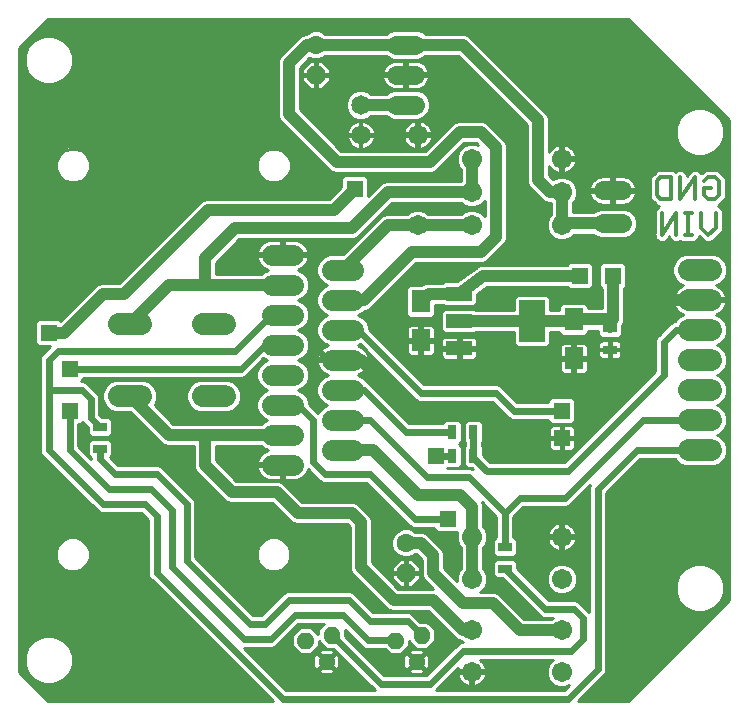
<source format=gbl>
G75*
G70*
%OFA0B0*%
%FSLAX24Y24*%
%IPPOS*%
%LPD*%
%AMOC8*
5,1,8,0,0,1.08239X$1,22.5*
%
%ADD10C,0.0130*%
%ADD11R,0.0472X0.0315*%
%ADD12R,0.0315X0.0472*%
%ADD13C,0.0112*%
%ADD14C,0.0640*%
%ADD15C,0.0650*%
%ADD16OC8,0.0630*%
%ADD17C,0.0630*%
%ADD18C,0.0712*%
%ADD19C,0.0673*%
%ADD20C,0.0740*%
%ADD21R,0.0880X0.0480*%
%ADD22R,0.0866X0.1417*%
%ADD23R,0.0630X0.0748*%
%ADD24C,0.0400*%
%ADD25C,0.0240*%
%ADD26R,0.0560X0.0560*%
%ADD27C,0.0100*%
%ADD28C,0.0320*%
D10*
X027661Y021065D02*
X027661Y021796D01*
X027619Y022265D02*
X027497Y022387D01*
X027497Y022874D01*
X027619Y022996D01*
X027985Y022996D01*
X027985Y022265D01*
X027619Y022265D01*
X028289Y022265D02*
X028289Y022996D01*
X028776Y022996D02*
X028289Y022265D01*
X028776Y022265D02*
X028776Y022996D01*
X029081Y022874D02*
X029203Y022996D01*
X029447Y022996D01*
X029568Y022874D01*
X029568Y022387D01*
X029447Y022265D01*
X029203Y022265D01*
X029081Y022387D01*
X029081Y022630D01*
X029325Y022630D01*
X029468Y021796D02*
X029468Y021309D01*
X029225Y021065D01*
X028981Y021309D01*
X028981Y021796D01*
X028676Y021796D02*
X028433Y021796D01*
X028555Y021796D02*
X028555Y021065D01*
X028676Y021065D02*
X028433Y021065D01*
X028149Y021065D02*
X028149Y021796D01*
X027661Y021065D01*
D11*
X025933Y017954D03*
X025933Y017246D03*
X022433Y010654D03*
X022433Y009946D03*
X008933Y013946D03*
X008933Y014654D03*
D12*
X020679Y014500D03*
X021388Y014500D03*
X021388Y013700D03*
X020679Y013700D03*
D13*
X019701Y007563D02*
X019757Y007507D01*
X019571Y007507D01*
X019441Y007637D01*
X019441Y007823D01*
X019571Y007953D01*
X019757Y007953D01*
X019887Y007823D01*
X019887Y007637D01*
X019757Y007507D01*
X019722Y007591D01*
X019606Y007591D01*
X019525Y007672D01*
X019525Y007788D01*
X019606Y007869D01*
X019722Y007869D01*
X019803Y007788D01*
X019803Y007672D01*
X019722Y007591D01*
X019687Y007675D01*
X019641Y007675D01*
X019609Y007707D01*
X019609Y007753D01*
X019641Y007785D01*
X019687Y007785D01*
X019719Y007753D01*
X019719Y007707D01*
X019687Y007675D01*
X018817Y007387D02*
X018873Y007331D01*
X018687Y007331D01*
X018557Y007461D01*
X018557Y007647D01*
X018687Y007777D01*
X018873Y007777D01*
X019003Y007647D01*
X019003Y007461D01*
X018873Y007331D01*
X018838Y007415D01*
X018722Y007415D01*
X018641Y007496D01*
X018641Y007612D01*
X018722Y007693D01*
X018838Y007693D01*
X018919Y007612D01*
X018919Y007496D01*
X018838Y007415D01*
X018803Y007499D01*
X018757Y007499D01*
X018725Y007531D01*
X018725Y007577D01*
X018757Y007609D01*
X018803Y007609D01*
X018835Y007577D01*
X018835Y007531D01*
X018803Y007499D01*
X019524Y006679D02*
X019580Y006623D01*
X019394Y006623D01*
X019264Y006753D01*
X019264Y006939D01*
X019394Y007069D01*
X019580Y007069D01*
X019710Y006939D01*
X019710Y006753D01*
X019580Y006623D01*
X019545Y006707D01*
X019429Y006707D01*
X019348Y006788D01*
X019348Y006904D01*
X019429Y006985D01*
X019545Y006985D01*
X019626Y006904D01*
X019626Y006788D01*
X019545Y006707D01*
X019510Y006791D01*
X019464Y006791D01*
X019432Y006823D01*
X019432Y006869D01*
X019464Y006901D01*
X019510Y006901D01*
X019542Y006869D01*
X019542Y006823D01*
X019510Y006791D01*
X016701Y007563D02*
X016757Y007507D01*
X016571Y007507D01*
X016441Y007637D01*
X016441Y007823D01*
X016571Y007953D01*
X016757Y007953D01*
X016887Y007823D01*
X016887Y007637D01*
X016757Y007507D01*
X016722Y007591D01*
X016606Y007591D01*
X016525Y007672D01*
X016525Y007788D01*
X016606Y007869D01*
X016722Y007869D01*
X016803Y007788D01*
X016803Y007672D01*
X016722Y007591D01*
X016687Y007675D01*
X016641Y007675D01*
X016609Y007707D01*
X016609Y007753D01*
X016641Y007785D01*
X016687Y007785D01*
X016719Y007753D01*
X016719Y007707D01*
X016687Y007675D01*
X015817Y007387D02*
X015873Y007331D01*
X015687Y007331D01*
X015557Y007461D01*
X015557Y007647D01*
X015687Y007777D01*
X015873Y007777D01*
X016003Y007647D01*
X016003Y007461D01*
X015873Y007331D01*
X015838Y007415D01*
X015722Y007415D01*
X015641Y007496D01*
X015641Y007612D01*
X015722Y007693D01*
X015838Y007693D01*
X015919Y007612D01*
X015919Y007496D01*
X015838Y007415D01*
X015803Y007499D01*
X015757Y007499D01*
X015725Y007531D01*
X015725Y007577D01*
X015757Y007609D01*
X015803Y007609D01*
X015835Y007577D01*
X015835Y007531D01*
X015803Y007499D01*
X016524Y006679D02*
X016580Y006623D01*
X016394Y006623D01*
X016264Y006753D01*
X016264Y006939D01*
X016394Y007069D01*
X016580Y007069D01*
X016710Y006939D01*
X016710Y006753D01*
X016580Y006623D01*
X016545Y006707D01*
X016429Y006707D01*
X016348Y006788D01*
X016348Y006904D01*
X016429Y006985D01*
X016545Y006985D01*
X016626Y006904D01*
X016626Y006788D01*
X016545Y006707D01*
X016510Y006791D01*
X016464Y006791D01*
X016432Y006823D01*
X016432Y006869D01*
X016464Y006901D01*
X016510Y006901D01*
X016542Y006869D01*
X016542Y006823D01*
X016510Y006791D01*
D14*
X025713Y021450D02*
X026353Y021450D01*
X026353Y022550D02*
X025713Y022550D01*
X019453Y025400D02*
X018813Y025400D01*
X018813Y026400D02*
X019453Y026400D01*
X019453Y027400D02*
X018813Y027400D01*
D15*
X017633Y025400D03*
X017633Y024400D03*
D16*
X016133Y026400D03*
X019133Y009800D03*
D17*
X019133Y010800D03*
X016133Y027400D03*
D18*
X015390Y020400D02*
X014677Y020400D01*
X014677Y019400D02*
X015390Y019400D01*
X015390Y018400D02*
X014677Y018400D01*
X014677Y017400D02*
X015390Y017400D01*
X016677Y016900D02*
X017390Y016900D01*
X017390Y017900D02*
X016677Y017900D01*
X016677Y018900D02*
X017390Y018900D01*
X017390Y019900D02*
X016677Y019900D01*
X015390Y016400D02*
X014677Y016400D01*
X014677Y015400D02*
X015390Y015400D01*
X016677Y014900D02*
X017390Y014900D01*
X017390Y015900D02*
X016677Y015900D01*
X015390Y014400D02*
X014677Y014400D01*
X014677Y013400D02*
X015390Y013400D01*
X016677Y013900D02*
X017390Y013900D01*
D19*
X021333Y011000D03*
X021333Y009600D03*
X021333Y007900D03*
X021333Y006500D03*
X024333Y006500D03*
X024333Y007900D03*
X024333Y009600D03*
X024333Y011000D03*
X024333Y021400D03*
X024333Y022500D03*
X024333Y023600D03*
X021333Y023600D03*
X021333Y022500D03*
X021333Y021400D03*
X019533Y021400D03*
X019533Y024400D03*
D20*
X013103Y018100D02*
X012363Y018100D01*
X010303Y018100D02*
X009563Y018100D01*
X009563Y015700D02*
X010303Y015700D01*
X012363Y015700D02*
X013103Y015700D01*
X028563Y015900D02*
X029303Y015900D01*
X029303Y014900D02*
X028563Y014900D01*
X028563Y013900D02*
X029303Y013900D01*
X029303Y016900D02*
X028563Y016900D01*
X028563Y017900D02*
X029303Y017900D01*
X029303Y018900D02*
X028563Y018900D01*
X028563Y019900D02*
X029303Y019900D01*
D21*
X020913Y019110D03*
X020913Y018200D03*
X020913Y017290D03*
D22*
X023353Y018200D03*
D23*
X024733Y018250D03*
X024733Y016950D03*
X019633Y017550D03*
X019633Y018850D03*
D24*
X019894Y019110D01*
X020913Y019110D01*
X021703Y019700D01*
X024933Y019700D01*
X026033Y019700D02*
X026033Y018250D01*
X025933Y018250D01*
X024733Y018250D01*
X024733Y018200D01*
X023353Y018200D01*
X020913Y018200D01*
X021633Y020500D02*
X019333Y020500D01*
X017733Y018900D01*
X017033Y018900D01*
X017033Y019900D02*
X018533Y021400D01*
X019533Y021400D01*
X021333Y021400D01*
X022133Y021000D02*
X021633Y020500D01*
X022133Y021000D02*
X022133Y024000D01*
X021633Y024500D01*
X020933Y024500D01*
X019933Y023500D01*
X016833Y023500D01*
X015233Y025100D01*
X015233Y026800D01*
X015833Y027400D01*
X016133Y027400D01*
X019133Y027400D01*
X021033Y027400D01*
X023533Y024900D01*
X023533Y022900D01*
X023933Y022500D01*
X024333Y022500D01*
X024333Y021400D01*
X024333Y021450D01*
X026033Y021450D01*
X026733Y020500D02*
X027233Y020000D01*
X027233Y019500D01*
X027833Y018900D01*
X027933Y018900D01*
X028933Y018900D01*
X027933Y018900D02*
X026933Y017900D01*
X026933Y016500D01*
X022733Y014300D02*
X021833Y015200D01*
X019333Y015200D01*
X017633Y016900D01*
X017033Y016900D01*
X015033Y019400D02*
X012433Y019400D01*
X012433Y020300D01*
X013433Y021300D01*
X017333Y021300D01*
X018533Y022500D01*
X021333Y022500D01*
X021333Y023600D01*
X022833Y024600D02*
X022233Y025200D01*
X020633Y025200D01*
X019133Y025400D02*
X017633Y025400D01*
X017033Y024400D02*
X016133Y025300D01*
X017433Y022600D02*
X016733Y021900D01*
X012533Y021900D01*
X009733Y019100D01*
X009033Y019100D01*
X007733Y017800D01*
X007233Y017800D01*
X009933Y018100D02*
X011233Y019400D01*
X012433Y019400D01*
X009933Y015700D02*
X011233Y014400D01*
X012433Y014400D01*
X012433Y013400D01*
X013333Y012500D01*
X014833Y012500D01*
X015533Y011800D01*
X017333Y011800D01*
X017633Y011500D01*
X017633Y010000D01*
X018733Y008900D01*
X020033Y008900D01*
X021033Y007900D01*
X021333Y007900D01*
X021033Y008800D02*
X022033Y008800D01*
X022933Y007900D01*
X024333Y007900D01*
X021033Y008800D02*
X020033Y009800D01*
X020033Y010400D01*
X019633Y010800D01*
X019133Y010800D01*
X018333Y010400D02*
X018333Y011800D01*
X017633Y012500D01*
X015933Y012500D01*
X017033Y013900D02*
X018033Y013900D01*
X019533Y012400D01*
X020933Y012400D01*
X021333Y012000D01*
X021333Y011000D01*
X021333Y009600D01*
X015033Y014400D02*
X012433Y014400D01*
X022833Y021000D02*
X023333Y020500D01*
X026733Y020500D01*
X022833Y021000D02*
X022833Y024600D01*
X024333Y024400D02*
X025033Y024400D01*
D25*
X028133Y017900D02*
X028933Y017900D01*
X028133Y017900D02*
X027733Y017500D01*
X027733Y016400D01*
X024533Y013200D01*
X021833Y013200D01*
X021388Y013646D01*
X021388Y013700D01*
X021388Y014500D01*
X020679Y014500D02*
X019133Y014500D01*
X017733Y015900D01*
X017033Y015900D01*
X017033Y014900D02*
X017933Y014900D01*
X019833Y013000D01*
X021233Y013000D01*
X022433Y011800D01*
X022933Y012300D01*
X024433Y012300D01*
X027033Y014900D01*
X028933Y014900D01*
X028933Y013900D02*
X026833Y013900D01*
X025533Y012600D01*
X025533Y006600D01*
X024533Y005600D01*
X015033Y005600D01*
X010833Y009800D01*
X010833Y011700D01*
X010433Y012100D01*
X009033Y012100D01*
X007233Y013900D01*
X007233Y015900D01*
X008333Y015900D01*
X008633Y015600D01*
X008633Y014954D01*
X008933Y014654D01*
X008933Y013946D02*
X008933Y013600D01*
X009433Y013100D01*
X010833Y013100D01*
X011833Y012100D01*
X011833Y010200D01*
X013933Y008100D01*
X014433Y008100D01*
X015233Y008900D01*
X017233Y008900D01*
X017933Y008200D01*
X019194Y008200D01*
X019664Y007730D01*
X018780Y007554D02*
X017880Y007554D01*
X017033Y008400D01*
X015433Y008400D01*
X014633Y007600D01*
X013733Y007600D01*
X011333Y010000D01*
X011333Y011900D01*
X010633Y012600D01*
X009233Y012600D01*
X007933Y013900D01*
X007933Y015200D01*
X007233Y015900D02*
X007233Y016900D01*
X007533Y017200D01*
X013433Y017200D01*
X014633Y018400D01*
X015033Y018400D01*
X015033Y017400D02*
X014433Y017400D01*
X013633Y016600D01*
X007933Y016600D01*
X015033Y015400D02*
X015533Y015400D01*
X016033Y014900D01*
X016033Y013500D01*
X016433Y013100D01*
X017933Y013100D01*
X019433Y011600D01*
X020533Y011600D01*
X022433Y011800D02*
X022433Y010654D01*
X022433Y009946D02*
X023779Y008600D01*
X024733Y008600D01*
X025033Y008300D01*
X025033Y007600D01*
X024633Y007200D01*
X021033Y007200D01*
X019933Y006100D01*
X018294Y006100D01*
X016664Y007730D01*
X020133Y013700D02*
X020679Y013700D01*
X022733Y015200D02*
X024333Y015200D01*
X022733Y015200D02*
X022133Y015800D01*
X019633Y015800D01*
X017533Y017900D01*
X017033Y017900D01*
X017033Y016900D02*
X016533Y016900D01*
X016033Y017400D01*
X016033Y019800D01*
D26*
X017433Y022600D03*
X024933Y019700D03*
X026033Y019700D03*
X024333Y015200D03*
X024333Y014300D03*
X020533Y011600D03*
X020133Y013700D03*
X007933Y015200D03*
X007933Y016600D03*
X007233Y017800D03*
D27*
X006253Y006491D02*
X007224Y005520D01*
X014703Y005520D01*
X010669Y009554D01*
X010587Y009636D01*
X010543Y009742D01*
X010543Y011580D01*
X010313Y011810D01*
X008976Y011810D01*
X008869Y011854D01*
X006987Y013736D01*
X006943Y013842D01*
X006943Y016958D01*
X006987Y017064D01*
X007273Y017350D01*
X006883Y017350D01*
X006783Y017450D01*
X006783Y018150D01*
X006883Y018250D01*
X007584Y018250D01*
X007622Y018212D01*
X008824Y019414D01*
X008960Y019470D01*
X009580Y019470D01*
X012324Y022214D01*
X012460Y022270D01*
X016580Y022270D01*
X016983Y022673D01*
X016983Y022950D01*
X017083Y023050D01*
X017784Y023050D01*
X017883Y022950D01*
X017883Y022373D01*
X018220Y022710D01*
X018324Y022814D01*
X018460Y022870D01*
X020963Y022870D01*
X020963Y023254D01*
X020904Y023313D01*
X020827Y023499D01*
X020827Y023701D01*
X020904Y023887D01*
X021046Y024029D01*
X021233Y024107D01*
X021434Y024107D01*
X021553Y024057D01*
X021480Y024130D01*
X021087Y024130D01*
X020143Y023186D01*
X020007Y023130D01*
X016760Y023130D01*
X016624Y023186D01*
X016520Y023290D01*
X014920Y024890D01*
X014863Y025026D01*
X014863Y026874D01*
X014920Y027010D01*
X015024Y027114D01*
X015024Y027114D01*
X015520Y027610D01*
X015520Y027610D01*
X015624Y027714D01*
X015760Y027770D01*
X015817Y027770D01*
X015859Y027811D01*
X016037Y027885D01*
X016230Y027885D01*
X016408Y027811D01*
X016449Y027770D01*
X018490Y027770D01*
X018536Y027815D01*
X018716Y027890D01*
X019551Y027890D01*
X019731Y027815D01*
X019776Y027770D01*
X021107Y027770D01*
X021243Y027714D01*
X021347Y027610D01*
X023847Y025110D01*
X023903Y024974D01*
X023903Y023828D01*
X023917Y023855D01*
X023962Y023917D01*
X024016Y023971D01*
X024078Y024016D01*
X024147Y024051D01*
X024219Y024075D01*
X024283Y024085D01*
X024283Y023650D01*
X024383Y023650D01*
X024383Y024085D01*
X024447Y024075D01*
X024520Y024051D01*
X024588Y024016D01*
X024650Y023971D01*
X024704Y023917D01*
X024749Y023855D01*
X024784Y023787D01*
X024808Y023714D01*
X024818Y023650D01*
X024383Y023650D01*
X024383Y023550D01*
X024383Y023115D01*
X024447Y023125D01*
X024520Y023149D01*
X024588Y023184D01*
X024650Y023229D01*
X024704Y023283D01*
X024749Y023345D01*
X024784Y023413D01*
X024808Y023486D01*
X024818Y023550D01*
X024383Y023550D01*
X024283Y023550D01*
X024283Y023115D01*
X024219Y023125D01*
X024147Y023149D01*
X024078Y023184D01*
X024016Y023229D01*
X023962Y023283D01*
X023917Y023345D01*
X023903Y023372D01*
X023903Y023053D01*
X024037Y022920D01*
X024046Y022929D01*
X024233Y023007D01*
X024434Y023007D01*
X024620Y022929D01*
X024763Y022787D01*
X024840Y022601D01*
X024840Y022399D01*
X024763Y022213D01*
X024703Y022154D01*
X024703Y021820D01*
X025390Y021820D01*
X025436Y021865D01*
X025616Y021940D01*
X026451Y021940D01*
X026631Y021865D01*
X026769Y021728D01*
X026843Y021547D01*
X026843Y021353D01*
X026769Y021172D01*
X026631Y021035D01*
X026451Y020960D01*
X025616Y020960D01*
X025436Y021035D01*
X025390Y021080D01*
X024730Y021080D01*
X024620Y020971D01*
X024434Y020893D01*
X024233Y020893D01*
X024046Y020971D01*
X023904Y021113D01*
X023827Y021299D01*
X023827Y021501D01*
X023904Y021687D01*
X023963Y021746D01*
X023963Y022130D01*
X023860Y022130D01*
X023724Y022186D01*
X023220Y022690D01*
X023163Y022826D01*
X023163Y024747D01*
X020880Y027030D01*
X019776Y027030D01*
X019731Y026985D01*
X019551Y026910D01*
X018716Y026910D01*
X018536Y026985D01*
X018490Y027030D01*
X016449Y027030D01*
X016408Y026989D01*
X016230Y026915D01*
X016037Y026915D01*
X015920Y026963D01*
X015603Y026647D01*
X015603Y025253D01*
X016987Y023870D01*
X019780Y023870D01*
X020620Y024710D01*
X020724Y024814D01*
X020860Y024870D01*
X021707Y024870D01*
X021843Y024814D01*
X022343Y024314D01*
X022447Y024210D01*
X022503Y024074D01*
X022503Y020926D01*
X022447Y020790D01*
X021947Y020290D01*
X021843Y020186D01*
X021707Y020130D01*
X019487Y020130D01*
X018047Y018690D01*
X017943Y018586D01*
X017807Y018530D01*
X017764Y018530D01*
X017688Y018454D01*
X017558Y018400D01*
X017688Y018346D01*
X017836Y018198D01*
X017916Y018005D01*
X017916Y017928D01*
X019753Y016090D01*
X022191Y016090D01*
X022298Y016046D01*
X022853Y015490D01*
X023883Y015490D01*
X023883Y015550D01*
X023983Y015650D01*
X024684Y015650D01*
X024783Y015550D01*
X024783Y014850D01*
X024684Y014750D01*
X023983Y014750D01*
X023883Y014850D01*
X023883Y014910D01*
X022676Y014910D01*
X022569Y014954D01*
X022487Y015036D01*
X022013Y015510D01*
X019576Y015510D01*
X019469Y015554D01*
X019387Y015636D01*
X017604Y017419D01*
X017527Y017387D01*
X017584Y017369D01*
X017655Y017333D01*
X017719Y017286D01*
X017776Y017230D01*
X017823Y017165D01*
X017859Y017094D01*
X017883Y017019D01*
X017894Y016950D01*
X017083Y016950D01*
X017083Y016850D01*
X017894Y016850D01*
X017883Y016781D01*
X017859Y016706D01*
X017823Y016635D01*
X017776Y016570D01*
X017719Y016514D01*
X017655Y016467D01*
X017584Y016431D01*
X017527Y016413D01*
X017688Y016346D01*
X017836Y016198D01*
X017849Y016166D01*
X017898Y016146D01*
X017979Y016064D01*
X019253Y014790D01*
X020352Y014790D01*
X020352Y014807D01*
X020451Y014906D01*
X020907Y014906D01*
X021006Y014807D01*
X021006Y014193D01*
X020913Y014100D01*
X021006Y014007D01*
X021006Y013393D01*
X020907Y013294D01*
X020528Y013294D01*
X020524Y013290D01*
X021291Y013290D01*
X021363Y013260D01*
X021329Y013294D01*
X021160Y013294D01*
X021060Y013393D01*
X021060Y014007D01*
X021098Y014044D01*
X021098Y014156D01*
X021060Y014193D01*
X021060Y014807D01*
X021160Y014906D01*
X021616Y014906D01*
X021715Y014807D01*
X021715Y014193D01*
X021678Y014156D01*
X021678Y014044D01*
X021715Y014007D01*
X021715Y013728D01*
X021953Y013490D01*
X024413Y013490D01*
X027443Y016520D01*
X027443Y017558D01*
X027487Y017664D01*
X027569Y017746D01*
X027569Y017746D01*
X027887Y018064D01*
X027969Y018146D01*
X028076Y018190D01*
X028099Y018190D01*
X028106Y018206D01*
X028257Y018358D01*
X028386Y018411D01*
X028364Y018418D01*
X028291Y018455D01*
X028225Y018503D01*
X028167Y018561D01*
X028119Y018627D01*
X028081Y018700D01*
X028056Y018778D01*
X028045Y018850D01*
X028563Y018850D01*
X028563Y018950D01*
X028045Y018950D01*
X028056Y019022D01*
X028081Y019100D01*
X028119Y019173D01*
X028167Y019239D01*
X028225Y019297D01*
X028291Y019345D01*
X028364Y019382D01*
X028386Y019389D01*
X028257Y019442D01*
X028106Y019594D01*
X028023Y019793D01*
X028023Y020007D01*
X028106Y020206D01*
X028257Y020358D01*
X028456Y020440D01*
X029411Y020440D01*
X029609Y020358D01*
X029761Y020206D01*
X029843Y020007D01*
X029843Y019793D01*
X029761Y019594D01*
X029609Y019442D01*
X029481Y019389D01*
X029503Y019382D01*
X029576Y019345D01*
X029642Y019297D01*
X029700Y019239D01*
X029748Y019173D01*
X029785Y019100D01*
X029811Y019022D01*
X029822Y018950D01*
X029303Y018950D01*
X029303Y018850D01*
X029822Y018850D01*
X029811Y018778D01*
X029785Y018700D01*
X029748Y018627D01*
X029700Y018561D01*
X029642Y018503D01*
X029576Y018455D01*
X029503Y018418D01*
X029481Y018411D01*
X029609Y018358D01*
X029761Y018206D01*
X029843Y018007D01*
X029843Y017793D01*
X029761Y017594D01*
X029609Y017442D01*
X029507Y017400D01*
X029609Y017358D01*
X029761Y017206D01*
X029843Y017007D01*
X029843Y016793D01*
X029761Y016594D01*
X029609Y016442D01*
X029507Y016400D01*
X029609Y016358D01*
X029761Y016206D01*
X029843Y016007D01*
X029843Y015793D01*
X029761Y015594D01*
X029609Y015442D01*
X029507Y015400D01*
X029609Y015358D01*
X029761Y015206D01*
X029843Y015007D01*
X029843Y014793D01*
X029761Y014594D01*
X029609Y014442D01*
X029507Y014400D01*
X029609Y014358D01*
X029761Y014206D01*
X029843Y014007D01*
X029843Y013793D01*
X029761Y013594D01*
X029609Y013442D01*
X029411Y013360D01*
X028456Y013360D01*
X028257Y013442D01*
X028106Y013594D01*
X028099Y013610D01*
X026953Y013610D01*
X025823Y012480D01*
X025823Y006542D01*
X025779Y006436D01*
X024863Y005520D01*
X026542Y005520D01*
X029913Y008891D01*
X029913Y024909D01*
X026542Y028280D01*
X007224Y028280D01*
X006253Y027309D01*
X006253Y006491D01*
X006262Y006482D02*
X006541Y006482D01*
X006555Y006447D02*
X006780Y006222D01*
X007074Y006100D01*
X007392Y006100D01*
X007686Y006222D01*
X007911Y006447D01*
X008033Y006741D01*
X008033Y007059D01*
X007911Y007353D01*
X007686Y007578D01*
X007392Y007700D01*
X007074Y007700D01*
X006780Y007578D01*
X006555Y007353D01*
X006433Y007059D01*
X006433Y006741D01*
X006555Y006447D01*
X006619Y006384D02*
X006361Y006384D01*
X006459Y006285D02*
X006717Y006285D01*
X006866Y006187D02*
X006558Y006187D01*
X006656Y006088D02*
X014135Y006088D01*
X014037Y006187D02*
X007601Y006187D01*
X007750Y006285D02*
X013938Y006285D01*
X013840Y006384D02*
X007848Y006384D01*
X007926Y006482D02*
X013741Y006482D01*
X013643Y006581D02*
X007967Y006581D01*
X008008Y006679D02*
X013544Y006679D01*
X013446Y006778D02*
X008033Y006778D01*
X008033Y006876D02*
X013347Y006876D01*
X013249Y006975D02*
X008033Y006975D01*
X008028Y007073D02*
X013150Y007073D01*
X013052Y007172D02*
X007987Y007172D01*
X007946Y007270D02*
X012953Y007270D01*
X012855Y007369D02*
X007896Y007369D01*
X007798Y007467D02*
X012756Y007467D01*
X012658Y007566D02*
X007699Y007566D01*
X007479Y007664D02*
X012559Y007664D01*
X012461Y007763D02*
X006253Y007763D01*
X006253Y007861D02*
X012362Y007861D01*
X012264Y007960D02*
X006253Y007960D01*
X006253Y008058D02*
X012165Y008058D01*
X012067Y008157D02*
X006253Y008157D01*
X006253Y008255D02*
X011968Y008255D01*
X011870Y008354D02*
X006253Y008354D01*
X006253Y008452D02*
X011771Y008452D01*
X011673Y008551D02*
X006253Y008551D01*
X006253Y008649D02*
X011574Y008649D01*
X011476Y008748D02*
X006253Y008748D01*
X006253Y008846D02*
X011377Y008846D01*
X011279Y008945D02*
X006253Y008945D01*
X006253Y009043D02*
X011180Y009043D01*
X011082Y009142D02*
X006253Y009142D01*
X006253Y009240D02*
X010983Y009240D01*
X010885Y009339D02*
X006253Y009339D01*
X006253Y009437D02*
X010786Y009437D01*
X010688Y009536D02*
X006253Y009536D01*
X006253Y009634D02*
X010589Y009634D01*
X010547Y009733D02*
X006253Y009733D01*
X006253Y009831D02*
X010543Y009831D01*
X010543Y009930D02*
X008328Y009930D01*
X008353Y009940D02*
X008512Y010099D01*
X008598Y010306D01*
X008598Y010530D01*
X008512Y010737D01*
X008353Y010896D01*
X008146Y010982D01*
X007922Y010982D01*
X007715Y010896D01*
X007556Y010737D01*
X007470Y010530D01*
X007470Y010306D01*
X007556Y010099D01*
X007715Y009940D01*
X007922Y009854D01*
X008146Y009854D01*
X008353Y009940D01*
X008441Y010028D02*
X010543Y010028D01*
X010543Y010127D02*
X008523Y010127D01*
X008564Y010225D02*
X010543Y010225D01*
X010543Y010324D02*
X008598Y010324D01*
X008598Y010422D02*
X010543Y010422D01*
X010543Y010521D02*
X008598Y010521D01*
X008561Y010619D02*
X010543Y010619D01*
X010543Y010718D02*
X008520Y010718D01*
X008433Y010816D02*
X010543Y010816D01*
X010543Y010915D02*
X008309Y010915D01*
X007760Y010915D02*
X006253Y010915D01*
X006253Y011013D02*
X010543Y011013D01*
X010543Y011112D02*
X006253Y011112D01*
X006253Y011210D02*
X010543Y011210D01*
X010543Y011309D02*
X006253Y011309D01*
X006253Y011407D02*
X010543Y011407D01*
X010543Y011506D02*
X006253Y011506D01*
X006253Y011604D02*
X010519Y011604D01*
X010421Y011703D02*
X006253Y011703D01*
X006253Y011801D02*
X010322Y011801D01*
X008824Y011900D02*
X006253Y011900D01*
X006253Y011998D02*
X008725Y011998D01*
X008627Y012097D02*
X006253Y012097D01*
X006253Y012195D02*
X008528Y012195D01*
X008430Y012294D02*
X006253Y012294D01*
X006253Y012392D02*
X008331Y012392D01*
X008233Y012491D02*
X006253Y012491D01*
X006253Y012589D02*
X008134Y012589D01*
X008036Y012688D02*
X006253Y012688D01*
X006253Y012786D02*
X007937Y012786D01*
X007839Y012885D02*
X006253Y012885D01*
X006253Y012983D02*
X007740Y012983D01*
X007642Y013082D02*
X006253Y013082D01*
X006253Y013180D02*
X007543Y013180D01*
X007445Y013279D02*
X006253Y013279D01*
X006253Y013377D02*
X007346Y013377D01*
X007248Y013476D02*
X006253Y013476D01*
X006253Y013574D02*
X007149Y013574D01*
X007051Y013673D02*
X006253Y013673D01*
X006253Y013771D02*
X006973Y013771D01*
X006943Y013870D02*
X006253Y013870D01*
X006253Y013968D02*
X006943Y013968D01*
X006943Y014067D02*
X006253Y014067D01*
X006253Y014165D02*
X006943Y014165D01*
X006943Y014264D02*
X006253Y014264D01*
X006253Y014362D02*
X006943Y014362D01*
X006943Y014461D02*
X006253Y014461D01*
X006253Y014559D02*
X006943Y014559D01*
X006943Y014658D02*
X006253Y014658D01*
X006253Y014756D02*
X006943Y014756D01*
X006943Y014855D02*
X006253Y014855D01*
X006253Y014953D02*
X006943Y014953D01*
X006943Y015052D02*
X006253Y015052D01*
X006253Y015150D02*
X006943Y015150D01*
X006943Y015249D02*
X006253Y015249D01*
X006253Y015347D02*
X006943Y015347D01*
X006943Y015446D02*
X006253Y015446D01*
X006253Y015544D02*
X006943Y015544D01*
X006943Y015643D02*
X006253Y015643D01*
X006253Y015741D02*
X006943Y015741D01*
X006943Y015840D02*
X006253Y015840D01*
X006253Y015938D02*
X006943Y015938D01*
X006943Y016037D02*
X006253Y016037D01*
X006253Y016135D02*
X006943Y016135D01*
X006943Y016234D02*
X006253Y016234D01*
X006253Y016332D02*
X006943Y016332D01*
X006943Y016431D02*
X006253Y016431D01*
X006253Y016529D02*
X006943Y016529D01*
X006943Y016628D02*
X006253Y016628D01*
X006253Y016726D02*
X006943Y016726D01*
X006943Y016825D02*
X006253Y016825D01*
X006253Y016923D02*
X006943Y016923D01*
X006970Y017022D02*
X006253Y017022D01*
X006253Y017120D02*
X007043Y017120D01*
X007142Y017219D02*
X006253Y017219D01*
X006253Y017317D02*
X007240Y017317D01*
X006817Y017416D02*
X006253Y017416D01*
X006253Y017514D02*
X006783Y017514D01*
X006783Y017613D02*
X006253Y017613D01*
X006253Y017711D02*
X006783Y017711D01*
X006783Y017810D02*
X006253Y017810D01*
X006253Y017908D02*
X006783Y017908D01*
X006783Y018007D02*
X006253Y018007D01*
X006253Y018105D02*
X006783Y018105D01*
X006836Y018204D02*
X006253Y018204D01*
X006253Y018302D02*
X007712Y018302D01*
X007811Y018401D02*
X006253Y018401D01*
X006253Y018499D02*
X007909Y018499D01*
X008008Y018598D02*
X006253Y018598D01*
X006253Y018696D02*
X008106Y018696D01*
X008205Y018795D02*
X006253Y018795D01*
X006253Y018893D02*
X008303Y018893D01*
X008402Y018992D02*
X006253Y018992D01*
X006253Y019090D02*
X008500Y019090D01*
X008599Y019189D02*
X006253Y019189D01*
X006253Y019287D02*
X008697Y019287D01*
X008796Y019386D02*
X006253Y019386D01*
X006253Y019484D02*
X009594Y019484D01*
X009693Y019583D02*
X006253Y019583D01*
X006253Y019681D02*
X009791Y019681D01*
X009890Y019780D02*
X006253Y019780D01*
X006253Y019878D02*
X009988Y019878D01*
X010087Y019977D02*
X006253Y019977D01*
X006253Y020075D02*
X010185Y020075D01*
X010284Y020174D02*
X006253Y020174D01*
X006253Y020272D02*
X010382Y020272D01*
X010481Y020371D02*
X006253Y020371D01*
X006253Y020469D02*
X010579Y020469D01*
X010678Y020568D02*
X006253Y020568D01*
X006253Y020666D02*
X010776Y020666D01*
X010875Y020765D02*
X006253Y020765D01*
X006253Y020863D02*
X010973Y020863D01*
X011072Y020962D02*
X006253Y020962D01*
X006253Y021060D02*
X011170Y021060D01*
X011269Y021159D02*
X006253Y021159D01*
X006253Y021257D02*
X011367Y021257D01*
X011466Y021356D02*
X006253Y021356D01*
X006253Y021454D02*
X011564Y021454D01*
X011663Y021553D02*
X006253Y021553D01*
X006253Y021651D02*
X011761Y021651D01*
X011860Y021750D02*
X006253Y021750D01*
X006253Y021848D02*
X011958Y021848D01*
X012057Y021947D02*
X006253Y021947D01*
X006253Y022045D02*
X012155Y022045D01*
X012254Y022144D02*
X006253Y022144D01*
X006253Y022242D02*
X012392Y022242D01*
X013587Y020930D02*
X017407Y020930D01*
X017543Y020986D01*
X018687Y022130D01*
X020987Y022130D01*
X021046Y022071D01*
X021233Y021993D01*
X021434Y021993D01*
X021620Y022071D01*
X021763Y022213D01*
X021763Y022214D01*
X021763Y021686D01*
X021763Y021687D01*
X021620Y021829D01*
X021434Y021907D01*
X021233Y021907D01*
X021046Y021829D01*
X020987Y021770D01*
X019880Y021770D01*
X019820Y021829D01*
X019634Y021907D01*
X019433Y021907D01*
X019246Y021829D01*
X019187Y021770D01*
X018460Y021770D01*
X018324Y021714D01*
X017036Y020426D01*
X016572Y020426D01*
X016379Y020346D01*
X016231Y020198D01*
X016151Y020005D01*
X016151Y019795D01*
X016231Y019602D01*
X016379Y019454D01*
X016509Y019400D01*
X016379Y019346D01*
X016231Y019198D01*
X016151Y019005D01*
X016151Y018795D01*
X016231Y018602D01*
X016379Y018454D01*
X016509Y018400D01*
X016379Y018346D01*
X016231Y018198D01*
X016151Y018005D01*
X016151Y017795D01*
X016231Y017602D01*
X016379Y017454D01*
X016539Y017387D01*
X016483Y017369D01*
X016412Y017333D01*
X016347Y017286D01*
X016291Y017230D01*
X016244Y017165D01*
X016208Y017094D01*
X016183Y017019D01*
X016173Y016950D01*
X016983Y016950D01*
X016983Y016850D01*
X016173Y016850D01*
X016183Y016781D01*
X016208Y016706D01*
X016244Y016635D01*
X016291Y016570D01*
X016347Y016514D01*
X016412Y016467D01*
X016483Y016431D01*
X016539Y016413D01*
X016379Y016346D01*
X016231Y016198D01*
X016151Y016005D01*
X016151Y015795D01*
X016231Y015602D01*
X016379Y015454D01*
X016509Y015400D01*
X016379Y015346D01*
X016231Y015198D01*
X016206Y015138D01*
X016198Y015146D01*
X015916Y015428D01*
X015916Y015505D01*
X015836Y015698D01*
X015688Y015846D01*
X015558Y015900D01*
X015688Y015954D01*
X015836Y016102D01*
X015916Y016295D01*
X015916Y016505D01*
X015836Y016698D01*
X015688Y016846D01*
X015558Y016900D01*
X015688Y016954D01*
X015836Y017102D01*
X015916Y017295D01*
X015916Y017505D01*
X015836Y017698D01*
X015688Y017846D01*
X015558Y017900D01*
X015688Y017954D01*
X015836Y018102D01*
X015916Y018295D01*
X015916Y018505D01*
X015836Y018698D01*
X015688Y018846D01*
X015558Y018900D01*
X015688Y018954D01*
X015836Y019102D01*
X015916Y019295D01*
X015916Y019505D01*
X015836Y019698D01*
X015688Y019846D01*
X015527Y019913D01*
X015584Y019931D01*
X015655Y019967D01*
X015719Y020014D01*
X015776Y020070D01*
X015823Y020135D01*
X015859Y020206D01*
X015883Y020281D01*
X015894Y020350D01*
X015083Y020350D01*
X015083Y020450D01*
X014983Y020450D01*
X014983Y020350D01*
X014173Y020350D01*
X014183Y020281D01*
X014208Y020206D01*
X014244Y020135D01*
X014291Y020070D01*
X014347Y020014D01*
X014412Y019967D01*
X014483Y019931D01*
X014539Y019913D01*
X014379Y019846D01*
X014303Y019770D01*
X012803Y019770D01*
X012803Y020147D01*
X013587Y020930D01*
X013520Y020863D02*
X014471Y020863D01*
X014483Y020869D02*
X014412Y020833D01*
X014347Y020786D01*
X014291Y020730D01*
X014244Y020665D01*
X014208Y020594D01*
X014183Y020519D01*
X014173Y020450D01*
X014983Y020450D01*
X014983Y020906D01*
X014637Y020906D01*
X014559Y020894D01*
X014483Y020869D01*
X014326Y020765D02*
X013421Y020765D01*
X013323Y020666D02*
X014245Y020666D01*
X014199Y020568D02*
X013224Y020568D01*
X013126Y020469D02*
X014176Y020469D01*
X014186Y020272D02*
X012929Y020272D01*
X013027Y020371D02*
X014983Y020371D01*
X014983Y020469D02*
X015083Y020469D01*
X015083Y020450D02*
X015083Y020906D01*
X015429Y020906D01*
X015508Y020894D01*
X015584Y020869D01*
X015655Y020833D01*
X015719Y020786D01*
X015776Y020730D01*
X015823Y020665D01*
X015859Y020594D01*
X015883Y020519D01*
X015894Y020450D01*
X015083Y020450D01*
X015083Y020371D02*
X016438Y020371D01*
X016305Y020272D02*
X015880Y020272D01*
X015842Y020174D02*
X016221Y020174D01*
X016180Y020075D02*
X015779Y020075D01*
X015668Y019977D02*
X016151Y019977D01*
X016151Y019878D02*
X015611Y019878D01*
X015754Y019780D02*
X016157Y019780D01*
X016198Y019681D02*
X015843Y019681D01*
X015884Y019583D02*
X016250Y019583D01*
X016349Y019484D02*
X015916Y019484D01*
X015916Y019386D02*
X016474Y019386D01*
X016320Y019287D02*
X015912Y019287D01*
X015872Y019189D02*
X016227Y019189D01*
X016186Y019090D02*
X015824Y019090D01*
X015725Y018992D02*
X016151Y018992D01*
X016151Y018893D02*
X015574Y018893D01*
X015739Y018795D02*
X016151Y018795D01*
X016192Y018696D02*
X015837Y018696D01*
X015877Y018598D02*
X016235Y018598D01*
X016334Y018499D02*
X015916Y018499D01*
X015916Y018401D02*
X016508Y018401D01*
X016335Y018302D02*
X015916Y018302D01*
X015878Y018204D02*
X016236Y018204D01*
X016192Y018105D02*
X015837Y018105D01*
X015740Y018007D02*
X016152Y018007D01*
X016151Y017908D02*
X015577Y017908D01*
X015724Y017810D02*
X016151Y017810D01*
X016186Y017711D02*
X015823Y017711D01*
X015871Y017613D02*
X016227Y017613D01*
X016319Y017514D02*
X015912Y017514D01*
X015916Y017416D02*
X016472Y017416D01*
X016390Y017317D02*
X015916Y017317D01*
X015884Y017219D02*
X016283Y017219D01*
X016221Y017120D02*
X015843Y017120D01*
X015755Y017022D02*
X016184Y017022D01*
X016177Y016825D02*
X015709Y016825D01*
X015613Y016923D02*
X016983Y016923D01*
X017083Y016923D02*
X018100Y016923D01*
X018002Y017022D02*
X017882Y017022D01*
X017903Y017120D02*
X017846Y017120D01*
X017805Y017219D02*
X017784Y017219D01*
X017706Y017317D02*
X017677Y017317D01*
X017608Y017416D02*
X017595Y017416D01*
X018034Y017810D02*
X019168Y017810D01*
X019168Y017908D02*
X017935Y017908D01*
X017915Y018007D02*
X019193Y018007D01*
X019198Y018017D02*
X019179Y017982D01*
X019168Y017944D01*
X019168Y017600D01*
X019583Y017600D01*
X019583Y017500D01*
X019683Y017500D01*
X019683Y017026D01*
X019968Y017026D01*
X020006Y017037D01*
X020040Y017056D01*
X020068Y017084D01*
X020088Y017118D01*
X020098Y017157D01*
X020098Y017500D01*
X019683Y017500D01*
X019683Y017600D01*
X019583Y017600D01*
X019583Y018074D01*
X019299Y018074D01*
X019260Y018064D01*
X019226Y018044D01*
X019198Y018017D01*
X019248Y018306D02*
X020019Y018306D01*
X020118Y018405D01*
X020118Y018740D01*
X020363Y018740D01*
X020403Y018700D01*
X021424Y018700D01*
X021523Y018800D01*
X021523Y019104D01*
X021826Y019330D01*
X024503Y019330D01*
X024583Y019250D01*
X025284Y019250D01*
X025383Y019350D01*
X025383Y020050D01*
X025284Y020150D01*
X024583Y020150D01*
X024503Y020070D01*
X021730Y020070D01*
X021684Y020077D01*
X021657Y020070D01*
X021630Y020070D01*
X021586Y020052D01*
X021541Y020040D01*
X021519Y020024D01*
X021494Y020014D01*
X021461Y019980D01*
X020844Y019520D01*
X020403Y019520D01*
X020363Y019480D01*
X019820Y019480D01*
X019684Y019424D01*
X019654Y019394D01*
X019248Y019394D01*
X019148Y019294D01*
X019148Y018405D01*
X019248Y018306D01*
X019153Y018401D02*
X017559Y018401D01*
X017732Y018302D02*
X020303Y018302D01*
X020303Y018204D02*
X017830Y018204D01*
X017874Y018105D02*
X020303Y018105D01*
X020303Y018007D02*
X020074Y018007D01*
X020068Y018017D02*
X020040Y018044D01*
X020006Y018064D01*
X019968Y018074D01*
X019683Y018074D01*
X019683Y017600D01*
X020098Y017600D01*
X020098Y017944D01*
X020088Y017982D01*
X020068Y018017D01*
X020098Y017908D02*
X020303Y017908D01*
X020303Y017890D02*
X020403Y017790D01*
X021424Y017790D01*
X021464Y017830D01*
X022750Y017830D01*
X022750Y017421D01*
X022850Y017321D01*
X023857Y017321D01*
X023956Y017421D01*
X023956Y017830D01*
X024248Y017830D01*
X024248Y017805D01*
X024348Y017706D01*
X025119Y017706D01*
X025218Y017805D01*
X025218Y017880D01*
X025527Y017880D01*
X025527Y017726D01*
X025627Y017627D01*
X025862Y017627D01*
X025868Y017624D01*
X025999Y017624D01*
X026005Y017627D01*
X026240Y017627D01*
X026340Y017726D01*
X026340Y018033D01*
X026347Y018040D01*
X026403Y018176D01*
X026403Y019270D01*
X026483Y019350D01*
X026483Y020050D01*
X026384Y020150D01*
X025683Y020150D01*
X025583Y020050D01*
X025583Y019350D01*
X025663Y019270D01*
X025663Y018620D01*
X025218Y018620D01*
X025218Y018694D01*
X025119Y018794D01*
X024348Y018794D01*
X024248Y018694D01*
X024248Y018570D01*
X023956Y018570D01*
X023956Y018979D01*
X023857Y019079D01*
X022850Y019079D01*
X022750Y018979D01*
X022750Y018570D01*
X021464Y018570D01*
X021424Y018610D01*
X020403Y018610D01*
X020303Y018510D01*
X020303Y017890D01*
X020383Y017810D02*
X020098Y017810D01*
X020098Y017711D02*
X022750Y017711D01*
X022750Y017613D02*
X021479Y017613D01*
X021473Y017622D02*
X021445Y017650D01*
X021411Y017670D01*
X021373Y017680D01*
X020963Y017680D01*
X020963Y017340D01*
X020863Y017340D01*
X020863Y017240D01*
X020323Y017240D01*
X020323Y017030D01*
X020334Y016992D01*
X020353Y016958D01*
X020381Y016930D01*
X020415Y016910D01*
X020454Y016900D01*
X020863Y016900D01*
X020863Y017240D01*
X020963Y017240D01*
X020963Y016900D01*
X021373Y016900D01*
X021411Y016910D01*
X021445Y016930D01*
X021473Y016958D01*
X021493Y016992D01*
X021503Y017030D01*
X021503Y017240D01*
X020963Y017240D01*
X020963Y017340D01*
X021503Y017340D01*
X021503Y017550D01*
X021493Y017588D01*
X021473Y017622D01*
X021503Y017514D02*
X022750Y017514D01*
X022756Y017416D02*
X021503Y017416D01*
X021503Y017219D02*
X024268Y017219D01*
X024268Y017317D02*
X020963Y017317D01*
X020963Y017219D02*
X020863Y017219D01*
X020863Y017317D02*
X020098Y017317D01*
X020098Y017219D02*
X020323Y017219D01*
X020323Y017120D02*
X020088Y017120D01*
X020326Y017022D02*
X018822Y017022D01*
X018723Y017120D02*
X019178Y017120D01*
X019179Y017118D02*
X019198Y017084D01*
X019226Y017056D01*
X019260Y017037D01*
X019299Y017026D01*
X019583Y017026D01*
X019583Y017500D01*
X019168Y017500D01*
X019168Y017157D01*
X019179Y017118D01*
X019168Y017219D02*
X018625Y017219D01*
X018526Y017317D02*
X019168Y017317D01*
X019168Y017416D02*
X018428Y017416D01*
X018329Y017514D02*
X019583Y017514D01*
X019583Y017416D02*
X019683Y017416D01*
X019683Y017514D02*
X020323Y017514D01*
X020323Y017550D02*
X020323Y017340D01*
X020863Y017340D01*
X020863Y017680D01*
X020454Y017680D01*
X020415Y017670D01*
X020381Y017650D01*
X020353Y017622D01*
X020334Y017588D01*
X020323Y017550D01*
X020348Y017613D02*
X020098Y017613D01*
X020098Y017416D02*
X020323Y017416D01*
X020863Y017416D02*
X020963Y017416D01*
X020963Y017514D02*
X020863Y017514D01*
X020863Y017613D02*
X020963Y017613D01*
X020963Y017120D02*
X020863Y017120D01*
X020863Y017022D02*
X020963Y017022D01*
X020963Y016923D02*
X020863Y016923D01*
X020393Y016923D02*
X018920Y016923D01*
X019019Y016825D02*
X024268Y016825D01*
X024268Y016900D02*
X024268Y016557D01*
X024279Y016518D01*
X024298Y016484D01*
X024326Y016456D01*
X024360Y016437D01*
X024399Y016426D01*
X024683Y016426D01*
X024683Y016900D01*
X024783Y016900D01*
X024783Y016426D01*
X025068Y016426D01*
X025106Y016437D01*
X025140Y016456D01*
X025168Y016484D01*
X025188Y016518D01*
X025198Y016557D01*
X025198Y016900D01*
X024783Y016900D01*
X024783Y017000D01*
X024683Y017000D01*
X024683Y016900D01*
X024268Y016900D01*
X024268Y017000D02*
X024268Y017344D01*
X024279Y017382D01*
X024298Y017417D01*
X024326Y017444D01*
X024360Y017464D01*
X024399Y017474D01*
X024683Y017474D01*
X024683Y017000D01*
X024268Y017000D01*
X024268Y017022D02*
X021501Y017022D01*
X021503Y017120D02*
X024268Y017120D01*
X024298Y017416D02*
X023951Y017416D01*
X023956Y017514D02*
X025596Y017514D01*
X025605Y017523D02*
X025577Y017495D01*
X025557Y017461D01*
X025547Y017423D01*
X025547Y017274D01*
X025905Y017274D01*
X025905Y017217D01*
X025962Y017217D01*
X025962Y016938D01*
X026189Y016938D01*
X026227Y016948D01*
X026262Y016968D01*
X026290Y016996D01*
X026309Y017030D01*
X026320Y017068D01*
X026320Y017217D01*
X025962Y017217D01*
X025962Y017274D01*
X026320Y017274D01*
X026320Y017423D01*
X026309Y017461D01*
X026290Y017495D01*
X026262Y017523D01*
X026227Y017543D01*
X026189Y017553D01*
X025962Y017553D01*
X025962Y017274D01*
X025905Y017274D01*
X025905Y017553D01*
X025677Y017553D01*
X025639Y017543D01*
X025605Y017523D01*
X025547Y017416D02*
X025169Y017416D01*
X025168Y017417D02*
X025140Y017444D01*
X025106Y017464D01*
X025068Y017474D01*
X024783Y017474D01*
X024783Y017000D01*
X025198Y017000D01*
X025198Y017344D01*
X025188Y017382D01*
X025168Y017417D01*
X025198Y017317D02*
X025547Y017317D01*
X025547Y017217D02*
X025547Y017068D01*
X025557Y017030D01*
X025577Y016996D01*
X025605Y016968D01*
X025639Y016948D01*
X025677Y016938D01*
X025905Y016938D01*
X025905Y017217D01*
X025547Y017217D01*
X025547Y017120D02*
X025198Y017120D01*
X025198Y017022D02*
X025562Y017022D01*
X025905Y017022D02*
X025962Y017022D01*
X025962Y017120D02*
X025905Y017120D01*
X025905Y017219D02*
X025198Y017219D01*
X025198Y016825D02*
X027443Y016825D01*
X027443Y016923D02*
X024783Y016923D01*
X024783Y016825D02*
X024683Y016825D01*
X024683Y016923D02*
X021433Y016923D01*
X021443Y017810D02*
X022750Y017810D01*
X022750Y018598D02*
X021436Y018598D01*
X021518Y018795D02*
X022750Y018795D01*
X022750Y018893D02*
X021523Y018893D01*
X021523Y018992D02*
X022763Y018992D01*
X022750Y018696D02*
X020118Y018696D01*
X020118Y018598D02*
X020390Y018598D01*
X020303Y018499D02*
X020118Y018499D01*
X020114Y018401D02*
X020303Y018401D01*
X019683Y018007D02*
X019583Y018007D01*
X019583Y017908D02*
X019683Y017908D01*
X019683Y017810D02*
X019583Y017810D01*
X019583Y017711D02*
X019683Y017711D01*
X019683Y017613D02*
X019583Y017613D01*
X019583Y017317D02*
X019683Y017317D01*
X019683Y017219D02*
X019583Y017219D01*
X019583Y017120D02*
X019683Y017120D01*
X019168Y017613D02*
X018231Y017613D01*
X018132Y017711D02*
X019168Y017711D01*
X019148Y018499D02*
X017733Y018499D01*
X017954Y018598D02*
X019148Y018598D01*
X019148Y018696D02*
X018053Y018696D01*
X018151Y018795D02*
X019148Y018795D01*
X019148Y018893D02*
X018250Y018893D01*
X018348Y018992D02*
X019148Y018992D01*
X019148Y019090D02*
X018447Y019090D01*
X018545Y019189D02*
X019148Y019189D01*
X019148Y019287D02*
X018644Y019287D01*
X018742Y019386D02*
X019240Y019386D01*
X019038Y019681D02*
X021060Y019681D01*
X021191Y019780D02*
X019136Y019780D01*
X019235Y019878D02*
X021323Y019878D01*
X021455Y019977D02*
X019333Y019977D01*
X019432Y020075D02*
X021677Y020075D01*
X021695Y020075D02*
X024508Y020075D01*
X025359Y020075D02*
X025608Y020075D01*
X025583Y019977D02*
X025383Y019977D01*
X025383Y019878D02*
X025583Y019878D01*
X025583Y019780D02*
X025383Y019780D01*
X025383Y019681D02*
X025583Y019681D01*
X025583Y019583D02*
X025383Y019583D01*
X025383Y019484D02*
X025583Y019484D01*
X025583Y019386D02*
X025383Y019386D01*
X025321Y019287D02*
X025646Y019287D01*
X025663Y019189D02*
X021637Y019189D01*
X021523Y019090D02*
X025663Y019090D01*
X025663Y018992D02*
X023944Y018992D01*
X023956Y018893D02*
X025663Y018893D01*
X025663Y018795D02*
X023956Y018795D01*
X023956Y018696D02*
X024250Y018696D01*
X024248Y018598D02*
X023956Y018598D01*
X024546Y019287D02*
X021769Y019287D01*
X021812Y020174D02*
X028092Y020174D01*
X028051Y020075D02*
X026459Y020075D01*
X026483Y019977D02*
X028023Y019977D01*
X028023Y019878D02*
X026483Y019878D01*
X026483Y019780D02*
X028029Y019780D01*
X028070Y019681D02*
X026483Y019681D01*
X026483Y019583D02*
X028117Y019583D01*
X028216Y019484D02*
X026483Y019484D01*
X026483Y019386D02*
X028375Y019386D01*
X028215Y019287D02*
X026421Y019287D01*
X026403Y019189D02*
X028130Y019189D01*
X028078Y019090D02*
X026403Y019090D01*
X026403Y018992D02*
X028051Y018992D01*
X028054Y018795D02*
X026403Y018795D01*
X026403Y018893D02*
X028563Y018893D01*
X028140Y018598D02*
X026403Y018598D01*
X026403Y018696D02*
X028084Y018696D01*
X028231Y018499D02*
X026403Y018499D01*
X026403Y018401D02*
X028361Y018401D01*
X028202Y018302D02*
X026403Y018302D01*
X026403Y018204D02*
X028105Y018204D01*
X027928Y018105D02*
X026374Y018105D01*
X026340Y018007D02*
X027830Y018007D01*
X027731Y017908D02*
X026340Y017908D01*
X026340Y017810D02*
X027633Y017810D01*
X027534Y017711D02*
X026324Y017711D01*
X026271Y017514D02*
X027443Y017514D01*
X027443Y017416D02*
X026320Y017416D01*
X026320Y017317D02*
X027443Y017317D01*
X027443Y017219D02*
X025962Y017219D01*
X025962Y017317D02*
X025905Y017317D01*
X025905Y017416D02*
X025962Y017416D01*
X025962Y017514D02*
X025905Y017514D01*
X025543Y017711D02*
X025124Y017711D01*
X025218Y017810D02*
X025527Y017810D01*
X024783Y017416D02*
X024683Y017416D01*
X024683Y017317D02*
X024783Y017317D01*
X024783Y017219D02*
X024683Y017219D01*
X024683Y017120D02*
X024783Y017120D01*
X024783Y017022D02*
X024683Y017022D01*
X024683Y016726D02*
X024783Y016726D01*
X024783Y016628D02*
X024683Y016628D01*
X024683Y016529D02*
X024783Y016529D01*
X024783Y016431D02*
X024683Y016431D01*
X024383Y016431D02*
X019413Y016431D01*
X019314Y016529D02*
X024276Y016529D01*
X024268Y016628D02*
X019216Y016628D01*
X019117Y016726D02*
X024268Y016726D01*
X025084Y016431D02*
X027354Y016431D01*
X027443Y016529D02*
X025191Y016529D01*
X025198Y016628D02*
X027443Y016628D01*
X027443Y016726D02*
X025198Y016726D01*
X026304Y017022D02*
X027443Y017022D01*
X027443Y017120D02*
X026320Y017120D01*
X027255Y016332D02*
X019511Y016332D01*
X019610Y016234D02*
X027157Y016234D01*
X027058Y016135D02*
X019708Y016135D01*
X019282Y015741D02*
X018302Y015741D01*
X018204Y015840D02*
X019184Y015840D01*
X019085Y015938D02*
X018105Y015938D01*
X018007Y016037D02*
X018987Y016037D01*
X018888Y016135D02*
X017908Y016135D01*
X017800Y016234D02*
X018790Y016234D01*
X018691Y016332D02*
X017702Y016332D01*
X017583Y016431D02*
X018593Y016431D01*
X018494Y016529D02*
X017734Y016529D01*
X017817Y016628D02*
X018396Y016628D01*
X018297Y016726D02*
X017865Y016726D01*
X017890Y016825D02*
X018199Y016825D01*
X016484Y016431D02*
X015916Y016431D01*
X015906Y016529D02*
X016332Y016529D01*
X016249Y016628D02*
X015865Y016628D01*
X015808Y016726D02*
X016201Y016726D01*
X016365Y016332D02*
X015916Y016332D01*
X015890Y016234D02*
X016266Y016234D01*
X016205Y016135D02*
X015849Y016135D01*
X015770Y016037D02*
X016164Y016037D01*
X016151Y015938D02*
X015649Y015938D01*
X015694Y015840D02*
X016151Y015840D01*
X016173Y015741D02*
X015793Y015741D01*
X015859Y015643D02*
X016214Y015643D01*
X016289Y015544D02*
X015899Y015544D01*
X015916Y015446D02*
X016399Y015446D01*
X016381Y015347D02*
X015996Y015347D01*
X016095Y015249D02*
X016281Y015249D01*
X016211Y015150D02*
X016193Y015150D01*
X014509Y014900D02*
X014379Y014846D01*
X014303Y014770D01*
X011387Y014770D01*
X010762Y015395D01*
X010843Y015593D01*
X010843Y015807D01*
X010761Y016006D01*
X010609Y016158D01*
X010411Y016240D01*
X009456Y016240D01*
X009257Y016158D01*
X009106Y016006D01*
X009023Y015807D01*
X009023Y015593D01*
X009106Y015394D01*
X009257Y015242D01*
X009456Y015160D01*
X009950Y015160D01*
X010920Y014190D01*
X011024Y014086D01*
X011160Y014030D01*
X012063Y014030D01*
X012063Y013326D01*
X012120Y013190D01*
X012224Y013086D01*
X013124Y012186D01*
X013260Y012130D01*
X014680Y012130D01*
X015324Y011486D01*
X015460Y011430D01*
X017180Y011430D01*
X017263Y011347D01*
X017263Y009926D01*
X017320Y009790D01*
X018524Y008586D01*
X018660Y008530D01*
X019880Y008530D01*
X020824Y007586D01*
X020960Y007530D01*
X020987Y007530D01*
X021027Y007490D01*
X020976Y007490D01*
X020869Y007446D01*
X019813Y006390D01*
X018414Y006390D01*
X017114Y007690D01*
X017114Y007910D01*
X017716Y007308D01*
X017822Y007264D01*
X018433Y007264D01*
X018593Y007104D01*
X018966Y007104D01*
X019230Y007367D01*
X019230Y007528D01*
X019477Y007280D01*
X019850Y007280D01*
X020114Y007544D01*
X020114Y007917D01*
X019850Y008180D01*
X019624Y008180D01*
X019358Y008446D01*
X019252Y008490D01*
X018053Y008490D01*
X017398Y009146D01*
X017291Y009190D01*
X015176Y009190D01*
X015069Y009146D01*
X014987Y009064D01*
X014313Y008390D01*
X014053Y008390D01*
X012123Y010320D01*
X012123Y012158D01*
X012079Y012264D01*
X011079Y013264D01*
X010998Y013346D01*
X010891Y013390D01*
X009553Y013390D01*
X009283Y013661D01*
X009340Y013718D01*
X009340Y014174D01*
X009240Y014273D01*
X008627Y014273D01*
X008527Y014174D01*
X008527Y013718D01*
X008627Y013618D01*
X008643Y013618D01*
X008643Y013600D01*
X008223Y014020D01*
X008223Y014750D01*
X008284Y014750D01*
X008369Y014835D01*
X008387Y014790D01*
X008527Y014650D01*
X008527Y014426D01*
X008627Y014327D01*
X009240Y014327D01*
X009340Y014426D01*
X009340Y014882D01*
X009240Y014982D01*
X009016Y014982D01*
X008923Y015074D01*
X008923Y015658D01*
X008879Y015764D01*
X008798Y015846D01*
X008498Y016146D01*
X008391Y016190D01*
X008324Y016190D01*
X008383Y016250D01*
X008383Y016310D01*
X013691Y016310D01*
X013798Y016354D01*
X013879Y016436D01*
X014392Y016949D01*
X014509Y016900D01*
X014379Y016846D01*
X014231Y016698D01*
X014151Y016505D01*
X014151Y016295D01*
X014231Y016102D01*
X014379Y015954D01*
X014509Y015900D01*
X014379Y015846D01*
X014231Y015698D01*
X014151Y015505D01*
X014151Y015295D01*
X014231Y015102D01*
X014379Y014954D01*
X014509Y014900D01*
X014399Y014855D02*
X011302Y014855D01*
X011204Y014953D02*
X014381Y014953D01*
X014281Y015052D02*
X011105Y015052D01*
X011007Y015150D02*
X014211Y015150D01*
X014170Y015249D02*
X013416Y015249D01*
X013409Y015242D02*
X013561Y015394D01*
X013643Y015593D01*
X013643Y015807D01*
X013561Y016006D01*
X013409Y016158D01*
X013211Y016240D01*
X012256Y016240D01*
X012057Y016158D01*
X011906Y016006D01*
X011823Y015807D01*
X011823Y015593D01*
X011906Y015394D01*
X012057Y015242D01*
X012256Y015160D01*
X013211Y015160D01*
X013409Y015242D01*
X013514Y015347D02*
X014151Y015347D01*
X014151Y015446D02*
X013582Y015446D01*
X013623Y015544D02*
X014167Y015544D01*
X014208Y015643D02*
X013643Y015643D01*
X013643Y015741D02*
X014274Y015741D01*
X014372Y015840D02*
X013630Y015840D01*
X013589Y015938D02*
X014417Y015938D01*
X014296Y016037D02*
X013530Y016037D01*
X013432Y016135D02*
X014217Y016135D01*
X014176Y016234D02*
X013226Y016234D01*
X013744Y016332D02*
X014151Y016332D01*
X014151Y016431D02*
X013874Y016431D01*
X013972Y016529D02*
X014161Y016529D01*
X014202Y016628D02*
X014071Y016628D01*
X014169Y016726D02*
X014259Y016726D01*
X014268Y016825D02*
X014357Y016825D01*
X014366Y016923D02*
X014454Y016923D01*
X012240Y016234D02*
X010426Y016234D01*
X010632Y016135D02*
X012035Y016135D01*
X011936Y016037D02*
X010730Y016037D01*
X010789Y015938D02*
X011877Y015938D01*
X011837Y015840D02*
X010830Y015840D01*
X010843Y015741D02*
X011823Y015741D01*
X011823Y015643D02*
X010843Y015643D01*
X010823Y015544D02*
X011843Y015544D01*
X011884Y015446D02*
X010782Y015446D01*
X010810Y015347D02*
X011953Y015347D01*
X012051Y015249D02*
X010908Y015249D01*
X010354Y014756D02*
X009340Y014756D01*
X009340Y014658D02*
X010453Y014658D01*
X010551Y014559D02*
X009340Y014559D01*
X009340Y014461D02*
X010650Y014461D01*
X010748Y014362D02*
X009275Y014362D01*
X009250Y014264D02*
X010847Y014264D01*
X010945Y014165D02*
X009340Y014165D01*
X009340Y014067D02*
X011072Y014067D01*
X010922Y013377D02*
X012063Y013377D01*
X012063Y013476D02*
X009468Y013476D01*
X009369Y013574D02*
X012063Y013574D01*
X012063Y013673D02*
X009294Y013673D01*
X009340Y013771D02*
X012063Y013771D01*
X012063Y013870D02*
X009340Y013870D01*
X009340Y013968D02*
X012063Y013968D01*
X012803Y013968D02*
X014365Y013968D01*
X014379Y013954D02*
X014539Y013887D01*
X014483Y013869D01*
X014412Y013833D01*
X014347Y013786D01*
X014291Y013730D01*
X014244Y013665D01*
X014208Y013594D01*
X014183Y013519D01*
X014173Y013450D01*
X014983Y013450D01*
X014983Y013350D01*
X014173Y013350D01*
X014183Y013281D01*
X014208Y013206D01*
X014244Y013135D01*
X014291Y013070D01*
X014347Y013014D01*
X014412Y012967D01*
X014483Y012931D01*
X014559Y012906D01*
X014637Y012894D01*
X014983Y012894D01*
X014983Y013350D01*
X015083Y013350D01*
X015083Y012894D01*
X015429Y012894D01*
X015508Y012906D01*
X015584Y012931D01*
X015655Y012967D01*
X015719Y013014D01*
X015776Y013070D01*
X015823Y013135D01*
X015859Y013206D01*
X015873Y013250D01*
X016187Y012936D01*
X016269Y012854D01*
X016376Y012810D01*
X017813Y012810D01*
X019187Y011436D01*
X019269Y011354D01*
X019376Y011310D01*
X020083Y011310D01*
X020083Y011250D01*
X020183Y011150D01*
X020847Y011150D01*
X020827Y011101D01*
X020827Y010899D01*
X020904Y010713D01*
X020963Y010654D01*
X020963Y009946D01*
X020904Y009887D01*
X020827Y009701D01*
X020827Y009530D01*
X020403Y009953D01*
X020403Y010474D01*
X020347Y010610D01*
X020243Y010714D01*
X019843Y011114D01*
X019707Y011170D01*
X019449Y011170D01*
X019408Y011211D01*
X019230Y011285D01*
X019037Y011285D01*
X018859Y011211D01*
X018722Y011075D01*
X018648Y010896D01*
X018648Y010704D01*
X018722Y010525D01*
X018859Y010389D01*
X019037Y010315D01*
X019230Y010315D01*
X019408Y010389D01*
X019449Y010430D01*
X019480Y010430D01*
X019663Y010247D01*
X019663Y009726D01*
X019720Y009590D01*
X020040Y009270D01*
X018887Y009270D01*
X018003Y010153D01*
X018003Y011574D01*
X017947Y011710D01*
X017647Y012010D01*
X017543Y012114D01*
X017407Y012170D01*
X015687Y012170D01*
X015147Y012710D01*
X015043Y012814D01*
X014907Y012870D01*
X013487Y012870D01*
X012803Y013553D01*
X012803Y014030D01*
X014303Y014030D01*
X014379Y013954D01*
X014484Y013870D02*
X012803Y013870D01*
X012803Y013771D02*
X014332Y013771D01*
X014249Y013673D02*
X012803Y013673D01*
X012803Y013574D02*
X014201Y013574D01*
X014177Y013476D02*
X012881Y013476D01*
X012980Y013377D02*
X014983Y013377D01*
X014983Y013279D02*
X015083Y013279D01*
X015083Y013180D02*
X014983Y013180D01*
X014983Y013082D02*
X015083Y013082D01*
X015083Y012983D02*
X014983Y012983D01*
X015071Y012786D02*
X017837Y012786D01*
X017936Y012688D02*
X015169Y012688D01*
X015147Y012710D02*
X015147Y012710D01*
X015268Y012589D02*
X018034Y012589D01*
X018133Y012491D02*
X015366Y012491D01*
X015465Y012392D02*
X018231Y012392D01*
X018330Y012294D02*
X015563Y012294D01*
X015662Y012195D02*
X018428Y012195D01*
X018527Y012097D02*
X017560Y012097D01*
X017647Y012010D02*
X017647Y012010D01*
X017659Y011998D02*
X018625Y011998D01*
X018724Y011900D02*
X017757Y011900D01*
X017856Y011801D02*
X018822Y011801D01*
X018921Y011703D02*
X017950Y011703D01*
X017991Y011604D02*
X019019Y011604D01*
X019118Y011506D02*
X018003Y011506D01*
X018003Y011407D02*
X019216Y011407D01*
X019409Y011210D02*
X020123Y011210D01*
X020083Y011309D02*
X018003Y011309D01*
X018003Y011210D02*
X018857Y011210D01*
X018759Y011112D02*
X018003Y011112D01*
X018003Y011013D02*
X018697Y011013D01*
X018656Y010915D02*
X018003Y010915D01*
X018003Y010816D02*
X018648Y010816D01*
X018648Y010718D02*
X018003Y010718D01*
X018003Y010619D02*
X018683Y010619D01*
X018727Y010521D02*
X018003Y010521D01*
X018003Y010422D02*
X018825Y010422D01*
X018941Y010265D02*
X018668Y009993D01*
X018668Y009830D01*
X019103Y009830D01*
X019103Y009770D01*
X018668Y009770D01*
X018668Y009607D01*
X018941Y009335D01*
X019103Y009335D01*
X019103Y009770D01*
X019163Y009770D01*
X019163Y009335D01*
X019326Y009335D01*
X019598Y009607D01*
X019598Y009770D01*
X019163Y009770D01*
X019163Y009830D01*
X019103Y009830D01*
X019103Y010265D01*
X018941Y010265D01*
X018901Y010225D02*
X018003Y010225D01*
X018003Y010324D02*
X019016Y010324D01*
X019103Y010225D02*
X019163Y010225D01*
X019163Y010265D02*
X019163Y009830D01*
X019598Y009830D01*
X019598Y009993D01*
X019326Y010265D01*
X019163Y010265D01*
X019250Y010324D02*
X019587Y010324D01*
X019663Y010225D02*
X019366Y010225D01*
X019464Y010127D02*
X019663Y010127D01*
X019663Y010028D02*
X019563Y010028D01*
X019598Y009930D02*
X019663Y009930D01*
X019663Y009831D02*
X019598Y009831D01*
X019598Y009733D02*
X019663Y009733D01*
X019702Y009634D02*
X019598Y009634D01*
X019526Y009536D02*
X019775Y009536D01*
X019873Y009437D02*
X019428Y009437D01*
X019329Y009339D02*
X019972Y009339D01*
X020526Y009831D02*
X020881Y009831D01*
X020840Y009733D02*
X020624Y009733D01*
X020723Y009634D02*
X020827Y009634D01*
X020821Y009536D02*
X020827Y009536D01*
X020946Y009930D02*
X020427Y009930D01*
X020403Y010028D02*
X020963Y010028D01*
X020963Y010127D02*
X020403Y010127D01*
X020403Y010225D02*
X020963Y010225D01*
X020963Y010324D02*
X020403Y010324D01*
X020403Y010422D02*
X020963Y010422D01*
X020963Y010521D02*
X020384Y010521D01*
X020338Y010619D02*
X020963Y010619D01*
X020902Y010718D02*
X020239Y010718D01*
X020141Y010816D02*
X020861Y010816D01*
X020827Y010915D02*
X020042Y010915D01*
X019944Y011013D02*
X020827Y011013D01*
X020831Y011112D02*
X019845Y011112D01*
X019488Y010422D02*
X019441Y010422D01*
X019163Y010127D02*
X019103Y010127D01*
X019103Y010028D02*
X019163Y010028D01*
X019163Y009930D02*
X019103Y009930D01*
X019103Y009831D02*
X019163Y009831D01*
X019163Y009733D02*
X019103Y009733D01*
X019103Y009634D02*
X019163Y009634D01*
X019163Y009536D02*
X019103Y009536D01*
X019103Y009437D02*
X019163Y009437D01*
X019163Y009339D02*
X019103Y009339D01*
X018937Y009339D02*
X018818Y009339D01*
X018839Y009437D02*
X018720Y009437D01*
X018740Y009536D02*
X018621Y009536D01*
X018668Y009634D02*
X018523Y009634D01*
X018424Y009733D02*
X018668Y009733D01*
X018668Y009831D02*
X018326Y009831D01*
X018227Y009930D02*
X018668Y009930D01*
X018704Y010028D02*
X018129Y010028D01*
X018030Y010127D02*
X018802Y010127D01*
X017870Y009240D02*
X013203Y009240D01*
X013105Y009339D02*
X017772Y009339D01*
X017673Y009437D02*
X013006Y009437D01*
X012908Y009536D02*
X017575Y009536D01*
X017476Y009634D02*
X012809Y009634D01*
X012711Y009733D02*
X017378Y009733D01*
X017303Y009831D02*
X012612Y009831D01*
X012514Y009930D02*
X014434Y009930D01*
X014408Y009940D02*
X014615Y009854D01*
X014839Y009854D01*
X015046Y009940D01*
X015205Y010099D01*
X015291Y010306D01*
X015291Y010530D01*
X015205Y010737D01*
X015046Y010896D01*
X014839Y010982D01*
X014615Y010982D01*
X014408Y010896D01*
X014249Y010737D01*
X014163Y010530D01*
X014163Y010306D01*
X014249Y010099D01*
X014408Y009940D01*
X014320Y010028D02*
X012415Y010028D01*
X012317Y010127D02*
X014238Y010127D01*
X014197Y010225D02*
X012218Y010225D01*
X012123Y010324D02*
X014163Y010324D01*
X014163Y010422D02*
X012123Y010422D01*
X012123Y010521D02*
X014163Y010521D01*
X014200Y010619D02*
X012123Y010619D01*
X012123Y010718D02*
X014241Y010718D01*
X014328Y010816D02*
X012123Y010816D01*
X012123Y010915D02*
X014452Y010915D01*
X015002Y010915D02*
X017263Y010915D01*
X017263Y011013D02*
X012123Y011013D01*
X012123Y011112D02*
X017263Y011112D01*
X017263Y011210D02*
X012123Y011210D01*
X012123Y011309D02*
X017263Y011309D01*
X017203Y011407D02*
X012123Y011407D01*
X012123Y011506D02*
X015305Y011506D01*
X015206Y011604D02*
X012123Y011604D01*
X012123Y011703D02*
X015108Y011703D01*
X015009Y011801D02*
X012123Y011801D01*
X012123Y011900D02*
X014911Y011900D01*
X014812Y011998D02*
X012123Y011998D01*
X012123Y012097D02*
X014714Y012097D01*
X014390Y012983D02*
X013374Y012983D01*
X013472Y012885D02*
X016239Y012885D01*
X016140Y012983D02*
X015677Y012983D01*
X015784Y013082D02*
X016042Y013082D01*
X015943Y013180D02*
X015846Y013180D01*
X014283Y013082D02*
X013275Y013082D01*
X013177Y013180D02*
X014221Y013180D01*
X014184Y013279D02*
X013078Y013279D01*
X012524Y012786D02*
X011557Y012786D01*
X011459Y012885D02*
X012426Y012885D01*
X012327Y012983D02*
X011360Y012983D01*
X011262Y013082D02*
X012229Y013082D01*
X012130Y013180D02*
X011163Y013180D01*
X011065Y013279D02*
X012083Y013279D01*
X011656Y012688D02*
X012623Y012688D01*
X012721Y012589D02*
X011754Y012589D01*
X011853Y012491D02*
X012820Y012491D01*
X012918Y012392D02*
X011951Y012392D01*
X012050Y012294D02*
X013017Y012294D01*
X013115Y012195D02*
X012108Y012195D01*
X015126Y010816D02*
X017263Y010816D01*
X017263Y010718D02*
X015213Y010718D01*
X015254Y010619D02*
X017263Y010619D01*
X017263Y010521D02*
X015291Y010521D01*
X015291Y010422D02*
X017263Y010422D01*
X017263Y010324D02*
X015291Y010324D01*
X015257Y010225D02*
X017263Y010225D01*
X017263Y010127D02*
X015216Y010127D01*
X015134Y010028D02*
X017263Y010028D01*
X017263Y009930D02*
X015020Y009930D01*
X015065Y009142D02*
X013302Y009142D01*
X013400Y009043D02*
X014966Y009043D01*
X014868Y008945D02*
X013499Y008945D01*
X013597Y008846D02*
X014769Y008846D01*
X014671Y008748D02*
X013696Y008748D01*
X013794Y008649D02*
X014572Y008649D01*
X014474Y008551D02*
X013893Y008551D01*
X013991Y008452D02*
X014375Y008452D01*
X015304Y007861D02*
X015451Y007861D01*
X015403Y007960D02*
X015549Y007960D01*
X015593Y008004D02*
X015330Y007740D01*
X015330Y007367D01*
X015593Y007104D01*
X015966Y007104D01*
X016230Y007367D01*
X016230Y007528D01*
X016477Y007280D01*
X016704Y007280D01*
X018094Y005890D01*
X015153Y005890D01*
X013733Y007310D01*
X014691Y007310D01*
X014798Y007354D01*
X014879Y007436D01*
X015553Y008110D01*
X016407Y008110D01*
X016214Y007917D01*
X016214Y007756D01*
X015966Y008004D01*
X015593Y008004D01*
X015501Y008058D02*
X016355Y008058D01*
X016256Y007960D02*
X016010Y007960D01*
X016109Y007861D02*
X016214Y007861D01*
X016207Y007763D02*
X016214Y007763D01*
X016230Y007467D02*
X016291Y007467D01*
X016230Y007369D02*
X016389Y007369D01*
X016309Y007276D02*
X016204Y007172D01*
X016487Y006889D01*
X016770Y007172D01*
X016665Y007276D01*
X016309Y007276D01*
X016302Y007270D02*
X016133Y007270D01*
X016204Y007172D02*
X016034Y007172D01*
X016105Y007073D02*
X013970Y007073D01*
X013872Y007172D02*
X015525Y007172D01*
X015427Y007270D02*
X013773Y007270D01*
X014069Y006975D02*
X016057Y006975D01*
X016057Y007025D02*
X016057Y006668D01*
X016162Y006564D01*
X016444Y006846D01*
X016487Y006804D01*
X016529Y006846D01*
X016812Y006564D01*
X016917Y006668D01*
X016917Y007025D01*
X016812Y007129D01*
X016529Y006846D01*
X016487Y006889D01*
X016444Y006846D01*
X016162Y007129D01*
X016057Y007025D01*
X016057Y006876D02*
X014167Y006876D01*
X014266Y006778D02*
X016057Y006778D01*
X016057Y006679D02*
X014364Y006679D01*
X014463Y006581D02*
X016145Y006581D01*
X016179Y006581D02*
X016263Y006581D01*
X016204Y006521D02*
X016309Y006416D01*
X016665Y006416D01*
X016770Y006521D01*
X016487Y006804D01*
X016204Y006521D01*
X016243Y006482D02*
X014561Y006482D01*
X014660Y006384D02*
X017600Y006384D01*
X017502Y006482D02*
X016731Y006482D01*
X016710Y006581D02*
X016795Y006581D01*
X016829Y006581D02*
X017403Y006581D01*
X017305Y006679D02*
X016917Y006679D01*
X016917Y006778D02*
X017206Y006778D01*
X017108Y006876D02*
X016917Y006876D01*
X016917Y006975D02*
X017009Y006975D01*
X016911Y007073D02*
X016868Y007073D01*
X016756Y007073D02*
X016671Y007073D01*
X016657Y006975D02*
X016573Y006975D01*
X016559Y006876D02*
X016500Y006876D01*
X016474Y006876D02*
X016415Y006876D01*
X016401Y006975D02*
X016316Y006975D01*
X016303Y007073D02*
X016218Y007073D01*
X016376Y006778D02*
X016460Y006778D01*
X016513Y006778D02*
X016598Y006778D01*
X016612Y006679D02*
X016697Y006679D01*
X016362Y006679D02*
X016277Y006679D01*
X016770Y007172D02*
X016812Y007172D01*
X016714Y007270D02*
X016671Y007270D01*
X017140Y007664D02*
X017359Y007664D01*
X017261Y007763D02*
X017114Y007763D01*
X017114Y007861D02*
X017162Y007861D01*
X017239Y007566D02*
X017458Y007566D01*
X017556Y007467D02*
X017337Y007467D01*
X017436Y007369D02*
X017655Y007369D01*
X017534Y007270D02*
X017807Y007270D01*
X017633Y007172D02*
X018525Y007172D01*
X019034Y007172D02*
X019204Y007172D01*
X019487Y006889D01*
X019770Y007172D01*
X019665Y007276D01*
X019309Y007276D01*
X019204Y007172D01*
X019162Y007129D02*
X019057Y007025D01*
X019057Y006668D01*
X019162Y006564D01*
X019444Y006846D01*
X019487Y006804D01*
X019529Y006846D01*
X019812Y006564D01*
X019917Y006668D01*
X019917Y007025D01*
X019812Y007129D01*
X019529Y006846D01*
X019487Y006889D01*
X019444Y006846D01*
X019162Y007129D01*
X019218Y007073D02*
X019303Y007073D01*
X019316Y006975D02*
X019401Y006975D01*
X019415Y006876D02*
X019474Y006876D01*
X019500Y006876D02*
X019559Y006876D01*
X019573Y006975D02*
X019657Y006975D01*
X019671Y007073D02*
X019756Y007073D01*
X019770Y007172D02*
X020595Y007172D01*
X020693Y007270D02*
X019671Y007270D01*
X019868Y007073D02*
X020496Y007073D01*
X020398Y006975D02*
X019917Y006975D01*
X019917Y006876D02*
X020299Y006876D01*
X020201Y006778D02*
X019917Y006778D01*
X019917Y006679D02*
X020102Y006679D01*
X020004Y006581D02*
X019829Y006581D01*
X019795Y006581D02*
X019710Y006581D01*
X019770Y006521D02*
X019487Y006804D01*
X019204Y006521D01*
X019309Y006416D01*
X019665Y006416D01*
X019770Y006521D01*
X019731Y006482D02*
X019905Y006482D01*
X019697Y006679D02*
X019612Y006679D01*
X019598Y006778D02*
X019513Y006778D01*
X019460Y006778D02*
X019376Y006778D01*
X019362Y006679D02*
X019277Y006679D01*
X019263Y006581D02*
X019179Y006581D01*
X019145Y006581D02*
X018224Y006581D01*
X018125Y006679D02*
X019057Y006679D01*
X019057Y006778D02*
X018027Y006778D01*
X017928Y006876D02*
X019057Y006876D01*
X019057Y006975D02*
X017830Y006975D01*
X017731Y007073D02*
X019105Y007073D01*
X019133Y007270D02*
X019302Y007270D01*
X019230Y007369D02*
X019389Y007369D01*
X019291Y007467D02*
X019230Y007467D01*
X019938Y007369D02*
X020792Y007369D01*
X020920Y007467D02*
X020037Y007467D01*
X020114Y007566D02*
X020874Y007566D01*
X020746Y007664D02*
X020114Y007664D01*
X020114Y007763D02*
X020648Y007763D01*
X020549Y007861D02*
X020114Y007861D01*
X020071Y007960D02*
X020451Y007960D01*
X020352Y008058D02*
X019972Y008058D01*
X019874Y008157D02*
X020254Y008157D01*
X020155Y008255D02*
X019549Y008255D01*
X019451Y008354D02*
X020057Y008354D01*
X019958Y008452D02*
X019343Y008452D01*
X018610Y008551D02*
X017993Y008551D01*
X017894Y008649D02*
X018461Y008649D01*
X018363Y008748D02*
X017796Y008748D01*
X017697Y008846D02*
X018264Y008846D01*
X018166Y008945D02*
X017599Y008945D01*
X017500Y009043D02*
X018067Y009043D01*
X017969Y009142D02*
X017402Y009142D01*
X015352Y007763D02*
X015206Y007763D01*
X015107Y007664D02*
X015330Y007664D01*
X015330Y007566D02*
X015009Y007566D01*
X014910Y007467D02*
X015330Y007467D01*
X015330Y007369D02*
X014812Y007369D01*
X014758Y006285D02*
X017699Y006285D01*
X017797Y006187D02*
X014857Y006187D01*
X014955Y006088D02*
X017896Y006088D01*
X017994Y005990D02*
X015054Y005990D01*
X015152Y005891D02*
X018093Y005891D01*
X018322Y006482D02*
X019243Y006482D01*
X020133Y005890D02*
X020179Y005936D01*
X020859Y006616D01*
X020859Y006614D01*
X020849Y006550D01*
X021283Y006550D01*
X021283Y006450D01*
X020849Y006450D01*
X020859Y006386D01*
X020882Y006313D01*
X020917Y006245D01*
X020962Y006183D01*
X021016Y006129D01*
X021078Y006084D01*
X021147Y006049D01*
X021219Y006025D01*
X021283Y006015D01*
X021283Y006450D01*
X021383Y006450D01*
X021383Y006015D01*
X021447Y006025D01*
X021520Y006049D01*
X021588Y006084D01*
X021650Y006129D01*
X021704Y006183D01*
X021749Y006245D01*
X021784Y006313D01*
X021808Y006386D01*
X021818Y006450D01*
X021383Y006450D01*
X021383Y006550D01*
X021818Y006550D01*
X021808Y006614D01*
X021784Y006687D01*
X021749Y006755D01*
X021704Y006817D01*
X021650Y006871D01*
X021597Y006910D01*
X024027Y006910D01*
X023904Y006787D01*
X023827Y006601D01*
X023827Y006399D01*
X023904Y006213D01*
X024046Y006071D01*
X024233Y005993D01*
X024434Y005993D01*
X024575Y006052D01*
X024413Y005890D01*
X020133Y005890D01*
X020134Y005891D02*
X024414Y005891D01*
X024513Y005990D02*
X020233Y005990D01*
X020331Y006088D02*
X021073Y006088D01*
X020960Y006187D02*
X020430Y006187D01*
X020528Y006285D02*
X020897Y006285D01*
X020860Y006384D02*
X020627Y006384D01*
X020725Y006482D02*
X021283Y006482D01*
X021283Y006384D02*
X021383Y006384D01*
X021383Y006482D02*
X023827Y006482D01*
X023827Y006581D02*
X021813Y006581D01*
X021787Y006679D02*
X023859Y006679D01*
X023900Y006778D02*
X021733Y006778D01*
X021644Y006876D02*
X023993Y006876D01*
X023833Y006384D02*
X021807Y006384D01*
X021770Y006285D02*
X023874Y006285D01*
X023930Y006187D02*
X021707Y006187D01*
X021594Y006088D02*
X024029Y006088D01*
X024939Y005596D02*
X026618Y005596D01*
X026716Y005694D02*
X025037Y005694D01*
X025136Y005793D02*
X026815Y005793D01*
X026913Y005891D02*
X025234Y005891D01*
X025333Y005990D02*
X027012Y005990D01*
X027110Y006088D02*
X025431Y006088D01*
X025530Y006187D02*
X027209Y006187D01*
X027307Y006285D02*
X025628Y006285D01*
X025727Y006384D02*
X027406Y006384D01*
X027504Y006482D02*
X025798Y006482D01*
X025823Y006581D02*
X027603Y006581D01*
X027701Y006679D02*
X025823Y006679D01*
X025823Y006778D02*
X027800Y006778D01*
X027898Y006876D02*
X025823Y006876D01*
X025823Y006975D02*
X027997Y006975D01*
X028095Y007073D02*
X025823Y007073D01*
X025823Y007172D02*
X028194Y007172D01*
X028292Y007270D02*
X025823Y007270D01*
X025823Y007369D02*
X028391Y007369D01*
X028489Y007467D02*
X025823Y007467D01*
X025823Y007566D02*
X028588Y007566D01*
X028686Y007664D02*
X025823Y007664D01*
X025823Y007763D02*
X028785Y007763D01*
X028883Y007861D02*
X025823Y007861D01*
X025823Y007960D02*
X028982Y007960D01*
X029080Y008058D02*
X025823Y008058D01*
X025823Y008157D02*
X029179Y008157D01*
X029277Y008255D02*
X025823Y008255D01*
X025823Y008354D02*
X029376Y008354D01*
X029474Y008452D02*
X025823Y008452D01*
X025823Y008551D02*
X028652Y008551D01*
X028774Y008500D02*
X029092Y008500D01*
X029386Y008622D01*
X029611Y008847D01*
X029733Y009141D01*
X029733Y009459D01*
X029611Y009753D01*
X029386Y009978D01*
X029092Y010100D01*
X028774Y010100D01*
X028480Y009978D01*
X028255Y009753D01*
X028133Y009459D01*
X028133Y009141D01*
X028255Y008847D01*
X028480Y008622D01*
X028774Y008500D01*
X028453Y008649D02*
X025823Y008649D01*
X025823Y008748D02*
X028355Y008748D01*
X028256Y008846D02*
X025823Y008846D01*
X025823Y008945D02*
X028215Y008945D01*
X028174Y009043D02*
X025823Y009043D01*
X025823Y009142D02*
X028133Y009142D01*
X028133Y009240D02*
X025823Y009240D01*
X025823Y009339D02*
X028133Y009339D01*
X028133Y009437D02*
X025823Y009437D01*
X025823Y009536D02*
X028165Y009536D01*
X028206Y009634D02*
X025823Y009634D01*
X025823Y009733D02*
X028247Y009733D01*
X028333Y009831D02*
X025823Y009831D01*
X025823Y009930D02*
X028432Y009930D01*
X028601Y010028D02*
X025823Y010028D01*
X025823Y010127D02*
X029913Y010127D01*
X029913Y010225D02*
X025823Y010225D01*
X025823Y010324D02*
X029913Y010324D01*
X029913Y010422D02*
X025823Y010422D01*
X025823Y010521D02*
X029913Y010521D01*
X029913Y010619D02*
X025823Y010619D01*
X025823Y010718D02*
X029913Y010718D01*
X029913Y010816D02*
X025823Y010816D01*
X025823Y010915D02*
X029913Y010915D01*
X029913Y011013D02*
X025823Y011013D01*
X025823Y011112D02*
X029913Y011112D01*
X029913Y011210D02*
X025823Y011210D01*
X025823Y011309D02*
X029913Y011309D01*
X029913Y011407D02*
X025823Y011407D01*
X025823Y011506D02*
X029913Y011506D01*
X029913Y011604D02*
X025823Y011604D01*
X025823Y011703D02*
X029913Y011703D01*
X029913Y011801D02*
X025823Y011801D01*
X025823Y011900D02*
X029913Y011900D01*
X029913Y011998D02*
X025823Y011998D01*
X025823Y012097D02*
X029913Y012097D01*
X029913Y012195D02*
X025823Y012195D01*
X025823Y012294D02*
X029913Y012294D01*
X029913Y012392D02*
X025823Y012392D01*
X025834Y012491D02*
X029913Y012491D01*
X029913Y012589D02*
X025932Y012589D01*
X026031Y012688D02*
X029913Y012688D01*
X029913Y012786D02*
X026129Y012786D01*
X026228Y012885D02*
X029913Y012885D01*
X029913Y012983D02*
X026326Y012983D01*
X026425Y013082D02*
X029913Y013082D01*
X029913Y013180D02*
X026523Y013180D01*
X026622Y013279D02*
X029913Y013279D01*
X029913Y013377D02*
X029452Y013377D01*
X029643Y013476D02*
X029913Y013476D01*
X029913Y013574D02*
X029741Y013574D01*
X029794Y013673D02*
X029913Y013673D01*
X029913Y013771D02*
X029834Y013771D01*
X029843Y013870D02*
X029913Y013870D01*
X029913Y013968D02*
X029843Y013968D01*
X029819Y014067D02*
X029913Y014067D01*
X029913Y014165D02*
X029778Y014165D01*
X029703Y014264D02*
X029913Y014264D01*
X029913Y014362D02*
X029599Y014362D01*
X029628Y014461D02*
X029913Y014461D01*
X029913Y014559D02*
X029726Y014559D01*
X029787Y014658D02*
X029913Y014658D01*
X029913Y014756D02*
X029828Y014756D01*
X029843Y014855D02*
X029913Y014855D01*
X029913Y014953D02*
X029843Y014953D01*
X029825Y015052D02*
X029913Y015052D01*
X029913Y015150D02*
X029784Y015150D01*
X029718Y015249D02*
X029913Y015249D01*
X029913Y015347D02*
X029620Y015347D01*
X029613Y015446D02*
X029913Y015446D01*
X029913Y015544D02*
X029711Y015544D01*
X029781Y015643D02*
X029913Y015643D01*
X029913Y015741D02*
X029822Y015741D01*
X029843Y015840D02*
X029913Y015840D01*
X029913Y015938D02*
X029843Y015938D01*
X029831Y016037D02*
X029913Y016037D01*
X029913Y016135D02*
X029790Y016135D01*
X029733Y016234D02*
X029913Y016234D01*
X029913Y016332D02*
X029635Y016332D01*
X029581Y016431D02*
X029913Y016431D01*
X029913Y016529D02*
X029696Y016529D01*
X029775Y016628D02*
X029913Y016628D01*
X029913Y016726D02*
X029816Y016726D01*
X029843Y016825D02*
X029913Y016825D01*
X029913Y016923D02*
X029843Y016923D01*
X029837Y017022D02*
X029913Y017022D01*
X029913Y017120D02*
X029797Y017120D01*
X029748Y017219D02*
X029913Y017219D01*
X029913Y017317D02*
X029650Y017317D01*
X029545Y017416D02*
X029913Y017416D01*
X029913Y017514D02*
X029681Y017514D01*
X029769Y017613D02*
X029913Y017613D01*
X029913Y017711D02*
X029810Y017711D01*
X029843Y017810D02*
X029913Y017810D01*
X029913Y017908D02*
X029843Y017908D01*
X029843Y018007D02*
X029913Y018007D01*
X029913Y018105D02*
X029803Y018105D01*
X029762Y018204D02*
X029913Y018204D01*
X029913Y018302D02*
X029665Y018302D01*
X029506Y018401D02*
X029913Y018401D01*
X029913Y018499D02*
X029636Y018499D01*
X029726Y018598D02*
X029913Y018598D01*
X029913Y018696D02*
X029783Y018696D01*
X029813Y018795D02*
X029913Y018795D01*
X029913Y018893D02*
X029303Y018893D01*
X029815Y018992D02*
X029913Y018992D01*
X029913Y019090D02*
X029788Y019090D01*
X029736Y019189D02*
X029913Y019189D01*
X029913Y019287D02*
X029652Y019287D01*
X029492Y019386D02*
X029913Y019386D01*
X029913Y019484D02*
X029651Y019484D01*
X029750Y019583D02*
X029913Y019583D01*
X029913Y019681D02*
X029797Y019681D01*
X029838Y019780D02*
X029913Y019780D01*
X029913Y019878D02*
X029843Y019878D01*
X029843Y019977D02*
X029913Y019977D01*
X029913Y020075D02*
X029815Y020075D01*
X029775Y020174D02*
X029913Y020174D01*
X029913Y020272D02*
X029695Y020272D01*
X029578Y020371D02*
X029913Y020371D01*
X029913Y020469D02*
X022126Y020469D01*
X022224Y020568D02*
X029913Y020568D01*
X029913Y020666D02*
X022323Y020666D01*
X022421Y020765D02*
X029913Y020765D01*
X029913Y020863D02*
X029355Y020863D01*
X029324Y020832D02*
X029703Y021211D01*
X029703Y021893D01*
X029566Y022031D01*
X029545Y022031D01*
X029682Y022168D01*
X029803Y022289D01*
X029803Y022971D01*
X029666Y023109D01*
X029544Y023231D01*
X029106Y023231D01*
X029018Y023143D01*
X028992Y023117D01*
X028988Y023137D01*
X028926Y023178D01*
X028874Y023231D01*
X028848Y023231D01*
X028826Y023245D01*
X028753Y023231D01*
X028679Y023231D01*
X028661Y023212D01*
X028635Y023207D01*
X028594Y023145D01*
X028541Y023093D01*
X028541Y023067D01*
X028524Y023041D01*
X028524Y023093D01*
X028387Y023231D01*
X028192Y023231D01*
X028137Y023176D01*
X028082Y023231D01*
X027522Y023231D01*
X027434Y023143D01*
X027400Y023109D01*
X027350Y023059D01*
X027262Y022971D01*
X027262Y022289D01*
X027348Y022204D01*
X027400Y022152D01*
X027437Y022115D01*
X027522Y022030D01*
X027563Y022030D01*
X027426Y021893D01*
X027426Y021136D01*
X027412Y021114D01*
X027426Y021042D01*
X027426Y020968D01*
X027445Y020949D01*
X027450Y020923D01*
X027512Y020882D01*
X027564Y020830D01*
X027590Y020830D01*
X027612Y020815D01*
X027685Y020830D01*
X027759Y020830D01*
X027777Y020849D01*
X027803Y020854D01*
X027844Y020915D01*
X027896Y020968D01*
X027896Y020994D01*
X027914Y021019D01*
X027914Y020968D01*
X028051Y020830D01*
X028246Y020830D01*
X028291Y020875D01*
X028336Y020830D01*
X028774Y020830D01*
X028911Y020968D01*
X028911Y021046D01*
X028990Y020968D01*
X028990Y020968D01*
X029127Y020830D01*
X029322Y020830D01*
X029324Y020832D01*
X029454Y020962D02*
X029913Y020962D01*
X029913Y021060D02*
X029552Y021060D01*
X029651Y021159D02*
X029913Y021159D01*
X029913Y021257D02*
X029703Y021257D01*
X029703Y021356D02*
X029913Y021356D01*
X029913Y021454D02*
X029703Y021454D01*
X029703Y021553D02*
X029913Y021553D01*
X029913Y021651D02*
X029703Y021651D01*
X029703Y021750D02*
X029913Y021750D01*
X029913Y021848D02*
X029703Y021848D01*
X029650Y021947D02*
X029913Y021947D01*
X029913Y022045D02*
X029559Y022045D01*
X029657Y022144D02*
X029913Y022144D01*
X029913Y022242D02*
X029756Y022242D01*
X029803Y022341D02*
X029913Y022341D01*
X029913Y022439D02*
X029803Y022439D01*
X029803Y022538D02*
X029913Y022538D01*
X029913Y022636D02*
X029803Y022636D01*
X029803Y022735D02*
X029913Y022735D01*
X029913Y022833D02*
X029803Y022833D01*
X029803Y022932D02*
X029913Y022932D01*
X029913Y023030D02*
X029744Y023030D01*
X029646Y023129D02*
X029913Y023129D01*
X029913Y023227D02*
X029547Y023227D01*
X029913Y023326D02*
X024735Y023326D01*
X024788Y023424D02*
X029913Y023424D01*
X029913Y023523D02*
X024814Y023523D01*
X024806Y023720D02*
X028727Y023720D01*
X028774Y023700D02*
X029092Y023700D01*
X029386Y023822D01*
X029611Y024047D01*
X029733Y024341D01*
X029733Y024659D01*
X029611Y024953D01*
X029386Y025178D01*
X029092Y025300D01*
X028774Y025300D01*
X028480Y025178D01*
X028255Y024953D01*
X028133Y024659D01*
X028133Y024341D01*
X028255Y024047D01*
X028480Y023822D01*
X028774Y023700D01*
X028489Y023818D02*
X024768Y023818D01*
X024705Y023917D02*
X028386Y023917D01*
X028287Y024015D02*
X024590Y024015D01*
X024383Y024015D02*
X024283Y024015D01*
X024283Y023917D02*
X024383Y023917D01*
X024383Y023818D02*
X024283Y023818D01*
X024283Y023720D02*
X024383Y023720D01*
X024383Y023621D02*
X029913Y023621D01*
X029913Y023720D02*
X029139Y023720D01*
X029377Y023818D02*
X029913Y023818D01*
X029913Y023917D02*
X029481Y023917D01*
X029580Y024015D02*
X029913Y024015D01*
X029913Y024114D02*
X029639Y024114D01*
X029680Y024212D02*
X029913Y024212D01*
X029913Y024311D02*
X029721Y024311D01*
X029733Y024409D02*
X029913Y024409D01*
X029913Y024508D02*
X029733Y024508D01*
X029733Y024606D02*
X029913Y024606D01*
X029913Y024705D02*
X029714Y024705D01*
X029674Y024803D02*
X029913Y024803D01*
X029913Y024902D02*
X029633Y024902D01*
X029565Y025000D02*
X029822Y025000D01*
X029724Y025099D02*
X029466Y025099D01*
X029341Y025197D02*
X029625Y025197D01*
X029527Y025296D02*
X029103Y025296D01*
X029330Y025493D02*
X023464Y025493D01*
X023366Y025591D02*
X029231Y025591D01*
X029133Y025690D02*
X023267Y025690D01*
X023169Y025788D02*
X029034Y025788D01*
X028936Y025887D02*
X023070Y025887D01*
X022972Y025985D02*
X028837Y025985D01*
X028739Y026084D02*
X022873Y026084D01*
X022775Y026182D02*
X028640Y026182D01*
X028542Y026281D02*
X022676Y026281D01*
X022578Y026379D02*
X028443Y026379D01*
X028345Y026478D02*
X022479Y026478D01*
X022381Y026576D02*
X028246Y026576D01*
X028148Y026675D02*
X022282Y026675D01*
X022184Y026773D02*
X028049Y026773D01*
X027951Y026872D02*
X022085Y026872D01*
X021987Y026970D02*
X027852Y026970D01*
X027754Y027069D02*
X021888Y027069D01*
X021790Y027167D02*
X027655Y027167D01*
X027557Y027266D02*
X021691Y027266D01*
X021593Y027364D02*
X027458Y027364D01*
X027360Y027463D02*
X021494Y027463D01*
X021396Y027561D02*
X027261Y027561D01*
X027163Y027660D02*
X021297Y027660D01*
X021136Y027758D02*
X027064Y027758D01*
X026966Y027857D02*
X019632Y027857D01*
X019696Y026970D02*
X020940Y026970D01*
X021039Y026872D02*
X015828Y026872D01*
X015849Y026773D02*
X015730Y026773D01*
X015750Y026675D02*
X015631Y026675D01*
X015668Y026593D02*
X015668Y026430D01*
X016103Y026430D01*
X016103Y026370D01*
X015668Y026370D01*
X015668Y026207D01*
X015941Y025935D01*
X016103Y025935D01*
X016103Y026370D01*
X016163Y026370D01*
X016163Y025935D01*
X016326Y025935D01*
X016598Y026207D01*
X016598Y026370D01*
X016163Y026370D01*
X016163Y026430D01*
X016103Y026430D01*
X016103Y026865D01*
X015941Y026865D01*
X015668Y026593D01*
X015668Y026576D02*
X015603Y026576D01*
X015603Y026478D02*
X015668Y026478D01*
X015603Y026379D02*
X016103Y026379D01*
X016163Y026379D02*
X019083Y026379D01*
X019083Y026350D02*
X018345Y026350D01*
X018355Y026290D01*
X018378Y026220D01*
X018411Y026154D01*
X018455Y026094D01*
X018507Y026042D01*
X018567Y025998D01*
X018633Y025964D01*
X018703Y025942D01*
X018776Y025930D01*
X019083Y025930D01*
X019083Y026350D01*
X019083Y026450D01*
X018345Y026450D01*
X018355Y026510D01*
X018378Y026580D01*
X018411Y026646D01*
X018455Y026706D01*
X018507Y026758D01*
X018567Y026802D01*
X018633Y026836D01*
X018703Y026858D01*
X018776Y026870D01*
X019083Y026870D01*
X019083Y026450D01*
X019183Y026450D01*
X019183Y026870D01*
X019490Y026870D01*
X019563Y026858D01*
X019634Y026836D01*
X019700Y026802D01*
X019760Y026758D01*
X019812Y026706D01*
X019855Y026646D01*
X019889Y026580D01*
X019912Y026510D01*
X019921Y026450D01*
X019183Y026450D01*
X019183Y026350D01*
X019183Y025930D01*
X019490Y025930D01*
X019563Y025942D01*
X019634Y025964D01*
X019700Y025998D01*
X019760Y026042D01*
X019812Y026094D01*
X019855Y026154D01*
X019889Y026220D01*
X019912Y026290D01*
X019921Y026350D01*
X019183Y026350D01*
X019083Y026350D01*
X019083Y026281D02*
X019183Y026281D01*
X019183Y026379D02*
X021531Y026379D01*
X021630Y026281D02*
X019909Y026281D01*
X019870Y026182D02*
X021728Y026182D01*
X021827Y026084D02*
X019802Y026084D01*
X019674Y025985D02*
X021925Y025985D01*
X022024Y025887D02*
X019559Y025887D01*
X019551Y025890D02*
X018716Y025890D01*
X018536Y025815D01*
X018490Y025770D01*
X017963Y025770D01*
X017914Y025820D01*
X017732Y025895D01*
X017535Y025895D01*
X017353Y025820D01*
X017214Y025680D01*
X017138Y025498D01*
X017138Y025302D01*
X017214Y025120D01*
X017353Y024980D01*
X017535Y024905D01*
X017732Y024905D01*
X017914Y024980D01*
X017963Y025030D01*
X018490Y025030D01*
X018536Y024985D01*
X018716Y024910D01*
X019551Y024910D01*
X019731Y024985D01*
X019869Y025122D01*
X019943Y025303D01*
X019943Y025497D01*
X019869Y025678D01*
X019731Y025815D01*
X019551Y025890D01*
X019758Y025788D02*
X022122Y025788D01*
X022221Y025690D02*
X019857Y025690D01*
X019905Y025591D02*
X022319Y025591D01*
X022418Y025493D02*
X019943Y025493D01*
X019943Y025394D02*
X022516Y025394D01*
X022615Y025296D02*
X019940Y025296D01*
X019900Y025197D02*
X022713Y025197D01*
X022812Y025099D02*
X019845Y025099D01*
X019746Y025000D02*
X022910Y025000D01*
X023009Y024902D02*
X015955Y024902D01*
X015857Y025000D02*
X017333Y025000D01*
X017235Y025099D02*
X015758Y025099D01*
X015660Y025197D02*
X017182Y025197D01*
X017141Y025296D02*
X015603Y025296D01*
X015603Y025394D02*
X017138Y025394D01*
X017138Y025493D02*
X015603Y025493D01*
X015603Y025591D02*
X017177Y025591D01*
X017223Y025690D02*
X015603Y025690D01*
X015603Y025788D02*
X017321Y025788D01*
X017514Y025887D02*
X015603Y025887D01*
X015603Y025985D02*
X015891Y025985D01*
X015792Y026084D02*
X015603Y026084D01*
X015603Y026182D02*
X015694Y026182D01*
X015668Y026281D02*
X015603Y026281D01*
X016103Y026281D02*
X016163Y026281D01*
X016163Y026182D02*
X016103Y026182D01*
X016103Y026084D02*
X016163Y026084D01*
X016163Y025985D02*
X016103Y025985D01*
X016376Y025985D02*
X018592Y025985D01*
X018708Y025887D02*
X017752Y025887D01*
X017945Y025788D02*
X018508Y025788D01*
X018465Y026084D02*
X016474Y026084D01*
X016573Y026182D02*
X018397Y026182D01*
X018358Y026281D02*
X016598Y026281D01*
X016598Y026430D02*
X016163Y026430D01*
X016163Y026865D01*
X016326Y026865D01*
X016598Y026593D01*
X016598Y026430D01*
X016598Y026478D02*
X018350Y026478D01*
X018376Y026576D02*
X016598Y026576D01*
X016516Y026675D02*
X018432Y026675D01*
X018527Y026773D02*
X016418Y026773D01*
X016363Y026970D02*
X018571Y026970D01*
X019083Y026773D02*
X019183Y026773D01*
X019183Y026675D02*
X019083Y026675D01*
X019083Y026576D02*
X019183Y026576D01*
X019183Y026478D02*
X019083Y026478D01*
X019083Y026182D02*
X019183Y026182D01*
X019183Y026084D02*
X019083Y026084D01*
X019083Y025985D02*
X019183Y025985D01*
X019917Y026478D02*
X021433Y026478D01*
X021334Y026576D02*
X019890Y026576D01*
X019835Y026675D02*
X021236Y026675D01*
X021137Y026773D02*
X019739Y026773D01*
X018635Y027857D02*
X016298Y027857D01*
X015968Y027857D02*
X006801Y027857D01*
X006900Y027955D02*
X026867Y027955D01*
X026769Y028054D02*
X006998Y028054D01*
X007097Y028152D02*
X026670Y028152D01*
X026572Y028251D02*
X007195Y028251D01*
X007074Y027700D02*
X006780Y027578D01*
X006555Y027353D01*
X006433Y027059D01*
X006433Y026741D01*
X006555Y026447D01*
X006780Y026222D01*
X007074Y026100D01*
X007392Y026100D01*
X007686Y026222D01*
X007911Y026447D01*
X008033Y026741D01*
X008033Y027059D01*
X007911Y027353D01*
X007686Y027578D01*
X007392Y027700D01*
X007074Y027700D01*
X006977Y027660D02*
X006604Y027660D01*
X006703Y027758D02*
X015731Y027758D01*
X015570Y027660D02*
X007490Y027660D01*
X007704Y027561D02*
X015471Y027561D01*
X015373Y027463D02*
X007802Y027463D01*
X007901Y027364D02*
X015274Y027364D01*
X015176Y027266D02*
X007948Y027266D01*
X007989Y027167D02*
X015077Y027167D01*
X014979Y027069D02*
X008029Y027069D01*
X008033Y026970D02*
X014903Y026970D01*
X014863Y026872D02*
X008033Y026872D01*
X008033Y026773D02*
X014863Y026773D01*
X014863Y026675D02*
X008006Y026675D01*
X007965Y026576D02*
X014863Y026576D01*
X014863Y026478D02*
X007924Y026478D01*
X007844Y026379D02*
X014863Y026379D01*
X014863Y026281D02*
X007745Y026281D01*
X007590Y026182D02*
X014863Y026182D01*
X014863Y026084D02*
X006253Y026084D01*
X006253Y026182D02*
X006876Y026182D01*
X006722Y026281D02*
X006253Y026281D01*
X006253Y026379D02*
X006623Y026379D01*
X006542Y026478D02*
X006253Y026478D01*
X006253Y026576D02*
X006502Y026576D01*
X006461Y026675D02*
X006253Y026675D01*
X006253Y026773D02*
X006433Y026773D01*
X006433Y026872D02*
X006253Y026872D01*
X006253Y026970D02*
X006433Y026970D01*
X006437Y027069D02*
X006253Y027069D01*
X006253Y027167D02*
X006478Y027167D01*
X006519Y027266D02*
X006253Y027266D01*
X006309Y027364D02*
X006566Y027364D01*
X006665Y027463D02*
X006407Y027463D01*
X006506Y027561D02*
X006763Y027561D01*
X006253Y025985D02*
X014863Y025985D01*
X014863Y025887D02*
X006253Y025887D01*
X006253Y025788D02*
X014863Y025788D01*
X014863Y025690D02*
X006253Y025690D01*
X006253Y025591D02*
X014863Y025591D01*
X014863Y025493D02*
X006253Y025493D01*
X006253Y025394D02*
X014863Y025394D01*
X014863Y025296D02*
X006253Y025296D01*
X006253Y025197D02*
X014863Y025197D01*
X014863Y025099D02*
X006253Y025099D01*
X006253Y025000D02*
X014874Y025000D01*
X014915Y024902D02*
X006253Y024902D01*
X006253Y024803D02*
X015007Y024803D01*
X015106Y024705D02*
X006253Y024705D01*
X006253Y024606D02*
X015204Y024606D01*
X015303Y024508D02*
X006253Y024508D01*
X006253Y024409D02*
X015401Y024409D01*
X015500Y024311D02*
X006253Y024311D01*
X006253Y024212D02*
X015598Y024212D01*
X015697Y024114D02*
X006253Y024114D01*
X006253Y024015D02*
X015795Y024015D01*
X015894Y023917D02*
X014915Y023917D01*
X014845Y023946D02*
X014620Y023946D01*
X014413Y023860D01*
X014255Y023701D01*
X014169Y023494D01*
X014169Y023270D01*
X014255Y023063D01*
X014413Y022904D01*
X014620Y022818D01*
X014845Y022818D01*
X015052Y022904D01*
X015210Y023063D01*
X015296Y023270D01*
X015296Y023494D01*
X015210Y023701D01*
X015052Y023860D01*
X014845Y023946D01*
X015094Y023818D02*
X015992Y023818D01*
X016091Y023720D02*
X015192Y023720D01*
X015244Y023621D02*
X016189Y023621D01*
X016288Y023523D02*
X015284Y023523D01*
X015296Y023424D02*
X016386Y023424D01*
X016485Y023326D02*
X015296Y023326D01*
X015279Y023227D02*
X016583Y023227D01*
X016983Y022932D02*
X015079Y022932D01*
X015178Y023030D02*
X017063Y023030D01*
X016983Y022833D02*
X014881Y022833D01*
X014585Y022833D02*
X008188Y022833D01*
X008152Y022818D02*
X008359Y022904D01*
X008518Y023063D01*
X008603Y023270D01*
X008603Y023494D01*
X008518Y023701D01*
X008359Y023860D01*
X008152Y023946D01*
X007928Y023946D01*
X007720Y023860D01*
X007562Y023701D01*
X007476Y023494D01*
X007476Y023270D01*
X007562Y023063D01*
X007720Y022904D01*
X007928Y022818D01*
X008152Y022818D01*
X008386Y022932D02*
X014386Y022932D01*
X014287Y023030D02*
X008485Y023030D01*
X008545Y023129D02*
X014227Y023129D01*
X014187Y023227D02*
X008586Y023227D01*
X008603Y023326D02*
X014169Y023326D01*
X014169Y023424D02*
X008603Y023424D01*
X008592Y023523D02*
X014181Y023523D01*
X014221Y023621D02*
X008551Y023621D01*
X008499Y023720D02*
X014273Y023720D01*
X014372Y023818D02*
X008401Y023818D01*
X008222Y023917D02*
X014550Y023917D01*
X015238Y023129D02*
X020963Y023129D01*
X020963Y023227D02*
X020184Y023227D01*
X020282Y023326D02*
X020899Y023326D01*
X020858Y023424D02*
X020381Y023424D01*
X020479Y023523D02*
X020827Y023523D01*
X020827Y023621D02*
X020578Y023621D01*
X020676Y023720D02*
X020835Y023720D01*
X020875Y023818D02*
X020775Y023818D01*
X020873Y023917D02*
X020934Y023917D01*
X020972Y024015D02*
X021032Y024015D01*
X021070Y024114D02*
X021497Y024114D01*
X022051Y024606D02*
X023163Y024606D01*
X023163Y024508D02*
X022149Y024508D01*
X022248Y024409D02*
X023163Y024409D01*
X023163Y024311D02*
X022346Y024311D01*
X022445Y024212D02*
X023163Y024212D01*
X023163Y024114D02*
X022487Y024114D01*
X022503Y024015D02*
X023163Y024015D01*
X023163Y023917D02*
X022503Y023917D01*
X022503Y023818D02*
X023163Y023818D01*
X023163Y023720D02*
X022503Y023720D01*
X022503Y023621D02*
X023163Y023621D01*
X023163Y023523D02*
X022503Y023523D01*
X022503Y023424D02*
X023163Y023424D01*
X023163Y023326D02*
X022503Y023326D01*
X022503Y023227D02*
X023163Y023227D01*
X023163Y023129D02*
X022503Y023129D01*
X022503Y023030D02*
X023163Y023030D01*
X023163Y022932D02*
X022503Y022932D01*
X022503Y022833D02*
X023163Y022833D01*
X023201Y022735D02*
X022503Y022735D01*
X022503Y022636D02*
X023274Y022636D01*
X023373Y022538D02*
X022503Y022538D01*
X022503Y022439D02*
X023471Y022439D01*
X023570Y022341D02*
X022503Y022341D01*
X022503Y022242D02*
X023668Y022242D01*
X023827Y022144D02*
X022503Y022144D01*
X022503Y022045D02*
X023963Y022045D01*
X023963Y021947D02*
X022503Y021947D01*
X022503Y021848D02*
X023963Y021848D01*
X023963Y021750D02*
X022503Y021750D01*
X022503Y021651D02*
X023889Y021651D01*
X023848Y021553D02*
X022503Y021553D01*
X022503Y021454D02*
X023827Y021454D01*
X023827Y021356D02*
X022503Y021356D01*
X022503Y021257D02*
X023844Y021257D01*
X023885Y021159D02*
X022503Y021159D01*
X022503Y021060D02*
X023957Y021060D01*
X024068Y020962D02*
X022503Y020962D01*
X022477Y020863D02*
X027531Y020863D01*
X027433Y020962D02*
X026455Y020962D01*
X026656Y021060D02*
X027423Y021060D01*
X027426Y021159D02*
X026755Y021159D01*
X026804Y021257D02*
X027426Y021257D01*
X027426Y021356D02*
X026843Y021356D01*
X026843Y021454D02*
X027426Y021454D01*
X027426Y021553D02*
X026841Y021553D01*
X026800Y021651D02*
X027426Y021651D01*
X027426Y021750D02*
X026747Y021750D01*
X026648Y021848D02*
X027426Y021848D01*
X027480Y021947D02*
X024703Y021947D01*
X024703Y022045D02*
X027507Y022045D01*
X027408Y022144D02*
X026591Y022144D01*
X026600Y022148D02*
X026660Y022192D01*
X026712Y022244D01*
X026755Y022304D01*
X026789Y022370D01*
X026812Y022440D01*
X026821Y022500D01*
X026083Y022500D01*
X026083Y022080D01*
X026390Y022080D01*
X026463Y022092D01*
X026534Y022114D01*
X026600Y022148D01*
X026710Y022242D02*
X027310Y022242D01*
X027262Y022341D02*
X026774Y022341D01*
X026811Y022439D02*
X027262Y022439D01*
X027262Y022538D02*
X026083Y022538D01*
X026083Y022500D02*
X026083Y022600D01*
X025983Y022600D01*
X025983Y022500D01*
X025245Y022500D01*
X025255Y022440D01*
X025278Y022370D01*
X025311Y022304D01*
X025355Y022244D01*
X025407Y022192D01*
X025467Y022148D01*
X025533Y022114D01*
X025603Y022092D01*
X025676Y022080D01*
X025983Y022080D01*
X025983Y022500D01*
X026083Y022500D01*
X026083Y022439D02*
X025983Y022439D01*
X025983Y022341D02*
X026083Y022341D01*
X026083Y022242D02*
X025983Y022242D01*
X025983Y022144D02*
X026083Y022144D01*
X025983Y022538D02*
X024840Y022538D01*
X024840Y022439D02*
X025255Y022439D01*
X025293Y022341D02*
X024816Y022341D01*
X024775Y022242D02*
X025357Y022242D01*
X025476Y022144D02*
X024703Y022144D01*
X024703Y021848D02*
X025418Y021848D01*
X025245Y022600D02*
X025983Y022600D01*
X025983Y023020D01*
X025676Y023020D01*
X025603Y023008D01*
X025533Y022986D01*
X025467Y022952D01*
X025407Y022908D01*
X025355Y022856D01*
X025311Y022796D01*
X025278Y022730D01*
X025255Y022660D01*
X025245Y022600D01*
X025251Y022636D02*
X024825Y022636D01*
X024784Y022735D02*
X025280Y022735D01*
X025338Y022833D02*
X024717Y022833D01*
X024615Y022932D02*
X025439Y022932D01*
X025983Y022932D02*
X026083Y022932D01*
X026083Y023020D02*
X026083Y022600D01*
X026821Y022600D01*
X026812Y022660D01*
X026789Y022730D01*
X026755Y022796D01*
X026712Y022856D01*
X026660Y022908D01*
X026600Y022952D01*
X026534Y022986D01*
X026463Y023008D01*
X026390Y023020D01*
X026083Y023020D01*
X026083Y022833D02*
X025983Y022833D01*
X025983Y022735D02*
X026083Y022735D01*
X026083Y022636D02*
X025983Y022636D01*
X026628Y022932D02*
X027262Y022932D01*
X027262Y022833D02*
X026729Y022833D01*
X026787Y022735D02*
X027262Y022735D01*
X027262Y022636D02*
X026816Y022636D01*
X027321Y023030D02*
X023927Y023030D01*
X023903Y023129D02*
X024210Y023129D01*
X024283Y023129D02*
X024383Y023129D01*
X024457Y023129D02*
X027420Y023129D01*
X027400Y023109D02*
X027400Y023109D01*
X027518Y023227D02*
X024648Y023227D01*
X024383Y023227D02*
X024283Y023227D01*
X024283Y023326D02*
X024383Y023326D01*
X024383Y023424D02*
X024283Y023424D01*
X024283Y023523D02*
X024383Y023523D01*
X024019Y023227D02*
X023903Y023227D01*
X023903Y023326D02*
X023931Y023326D01*
X024025Y022932D02*
X024052Y022932D01*
X023962Y023917D02*
X023903Y023917D01*
X023903Y024015D02*
X024077Y024015D01*
X023903Y024114D02*
X028228Y024114D01*
X028187Y024212D02*
X023903Y024212D01*
X023903Y024311D02*
X028146Y024311D01*
X028133Y024409D02*
X023903Y024409D01*
X023903Y024508D02*
X028133Y024508D01*
X028133Y024606D02*
X023903Y024606D01*
X023903Y024705D02*
X028152Y024705D01*
X028193Y024803D02*
X023903Y024803D01*
X023903Y024902D02*
X028234Y024902D01*
X028302Y025000D02*
X023892Y025000D01*
X023852Y025099D02*
X028401Y025099D01*
X028526Y025197D02*
X023760Y025197D01*
X023661Y025296D02*
X028764Y025296D01*
X029428Y025394D02*
X023563Y025394D01*
X023107Y024803D02*
X021854Y024803D01*
X021952Y024705D02*
X023163Y024705D01*
X020713Y024803D02*
X019806Y024803D01*
X019788Y024816D02*
X019720Y024851D01*
X019647Y024875D01*
X019583Y024885D01*
X019583Y024450D01*
X019483Y024450D01*
X019483Y024350D01*
X019049Y024350D01*
X019059Y024286D01*
X019082Y024213D01*
X019117Y024145D01*
X019162Y024083D01*
X019216Y024029D01*
X019278Y023984D01*
X019347Y023949D01*
X019419Y023925D01*
X019483Y023915D01*
X019483Y024350D01*
X019583Y024350D01*
X019583Y023915D01*
X019647Y023925D01*
X019720Y023949D01*
X019788Y023984D01*
X019850Y024029D01*
X019904Y024083D01*
X019949Y024145D01*
X019984Y024213D01*
X020008Y024286D01*
X020018Y024350D01*
X019583Y024350D01*
X019583Y024450D01*
X020018Y024450D01*
X020008Y024514D01*
X019984Y024587D01*
X019949Y024655D01*
X019904Y024717D01*
X019850Y024771D01*
X019788Y024816D01*
X019913Y024705D02*
X020615Y024705D01*
X020516Y024606D02*
X019974Y024606D01*
X020009Y024508D02*
X020418Y024508D01*
X020319Y024409D02*
X019583Y024409D01*
X019583Y024311D02*
X019483Y024311D01*
X019483Y024409D02*
X017652Y024409D01*
X017652Y024419D02*
X018108Y024419D01*
X018108Y024437D01*
X018097Y024511D01*
X018074Y024582D01*
X018040Y024649D01*
X017996Y024709D01*
X017943Y024762D01*
X017882Y024806D01*
X017816Y024840D01*
X017745Y024863D01*
X017671Y024875D01*
X017652Y024875D01*
X017652Y024419D01*
X017614Y024419D01*
X017614Y024381D01*
X017158Y024381D01*
X017158Y024363D01*
X017170Y024289D01*
X017193Y024218D01*
X017227Y024151D01*
X017271Y024091D01*
X017324Y024038D01*
X017384Y023994D01*
X017451Y023960D01*
X017522Y023937D01*
X017596Y023925D01*
X017614Y023925D01*
X017614Y024381D01*
X017652Y024381D01*
X017652Y023925D01*
X017671Y023925D01*
X017745Y023937D01*
X017816Y023960D01*
X017882Y023994D01*
X017943Y024038D01*
X017996Y024091D01*
X018040Y024151D01*
X018074Y024218D01*
X018097Y024289D01*
X018108Y024363D01*
X018108Y024381D01*
X017652Y024381D01*
X017652Y024419D01*
X017614Y024419D02*
X017614Y024875D01*
X017596Y024875D01*
X017522Y024863D01*
X017451Y024840D01*
X017384Y024806D01*
X017324Y024762D01*
X017271Y024709D01*
X017227Y024649D01*
X017193Y024582D01*
X017170Y024511D01*
X017158Y024437D01*
X017158Y024419D01*
X017614Y024419D01*
X017614Y024409D02*
X016448Y024409D01*
X016546Y024311D02*
X017167Y024311D01*
X017196Y024212D02*
X016645Y024212D01*
X016743Y024114D02*
X017254Y024114D01*
X017355Y024015D02*
X016842Y024015D01*
X016940Y023917D02*
X019476Y023917D01*
X019483Y023917D02*
X019583Y023917D01*
X019591Y023917D02*
X019827Y023917D01*
X019831Y024015D02*
X019925Y024015D01*
X019927Y024114D02*
X020024Y024114D01*
X019984Y024212D02*
X020122Y024212D01*
X020221Y024311D02*
X020012Y024311D01*
X019583Y024212D02*
X019483Y024212D01*
X019483Y024114D02*
X019583Y024114D01*
X019583Y024015D02*
X019483Y024015D01*
X019235Y024015D02*
X017912Y024015D01*
X018012Y024114D02*
X019140Y024114D01*
X019083Y024212D02*
X018071Y024212D01*
X018100Y024311D02*
X019055Y024311D01*
X019049Y024450D02*
X019483Y024450D01*
X019483Y024885D01*
X019419Y024875D01*
X019347Y024851D01*
X019278Y024816D01*
X019216Y024771D01*
X019162Y024717D01*
X019117Y024655D01*
X019082Y024587D01*
X019059Y024514D01*
X019049Y024450D01*
X019058Y024508D02*
X018097Y024508D01*
X018061Y024606D02*
X019092Y024606D01*
X019153Y024705D02*
X017999Y024705D01*
X017887Y024803D02*
X019260Y024803D01*
X019483Y024803D02*
X019583Y024803D01*
X019583Y024705D02*
X019483Y024705D01*
X019483Y024606D02*
X019583Y024606D01*
X019583Y024508D02*
X019483Y024508D01*
X018520Y025000D02*
X017933Y025000D01*
X017652Y024803D02*
X017614Y024803D01*
X017614Y024705D02*
X017652Y024705D01*
X017652Y024606D02*
X017614Y024606D01*
X017614Y024508D02*
X017652Y024508D01*
X017652Y024311D02*
X017614Y024311D01*
X017614Y024212D02*
X017652Y024212D01*
X017652Y024114D02*
X017614Y024114D01*
X017614Y024015D02*
X017652Y024015D01*
X017169Y024508D02*
X016349Y024508D01*
X016251Y024606D02*
X017205Y024606D01*
X017267Y024705D02*
X016152Y024705D01*
X016054Y024803D02*
X017380Y024803D01*
X017804Y023030D02*
X020963Y023030D01*
X020963Y022932D02*
X017883Y022932D01*
X017883Y022833D02*
X018371Y022833D01*
X018245Y022735D02*
X017883Y022735D01*
X017883Y022636D02*
X018146Y022636D01*
X018048Y022538D02*
X017883Y022538D01*
X017883Y022439D02*
X017949Y022439D01*
X018503Y021947D02*
X021763Y021947D01*
X021763Y022045D02*
X021559Y022045D01*
X021693Y022144D02*
X021763Y022144D01*
X021763Y021848D02*
X021575Y021848D01*
X021700Y021750D02*
X021763Y021750D01*
X021091Y021848D02*
X019775Y021848D01*
X019291Y021848D02*
X018405Y021848D01*
X018410Y021750D02*
X018306Y021750D01*
X018261Y021651D02*
X018208Y021651D01*
X018163Y021553D02*
X018109Y021553D01*
X018064Y021454D02*
X018011Y021454D01*
X017966Y021356D02*
X017912Y021356D01*
X017867Y021257D02*
X017814Y021257D01*
X017769Y021159D02*
X017715Y021159D01*
X017670Y021060D02*
X017617Y021060D01*
X017572Y020962D02*
X017483Y020962D01*
X017473Y020863D02*
X015596Y020863D01*
X015741Y020765D02*
X017375Y020765D01*
X017276Y020666D02*
X015822Y020666D01*
X015867Y020568D02*
X017178Y020568D01*
X017079Y020469D02*
X015891Y020469D01*
X015083Y020568D02*
X014983Y020568D01*
X014983Y020666D02*
X015083Y020666D01*
X015083Y020765D02*
X014983Y020765D01*
X014983Y020863D02*
X015083Y020863D01*
X014287Y020075D02*
X012803Y020075D01*
X012803Y019977D02*
X014399Y019977D01*
X014456Y019878D02*
X012803Y019878D01*
X012803Y019780D02*
X014312Y019780D01*
X014224Y020174D02*
X012830Y020174D01*
X016651Y022341D02*
X006253Y022341D01*
X006253Y022439D02*
X016749Y022439D01*
X016848Y022538D02*
X006253Y022538D01*
X006253Y022636D02*
X016946Y022636D01*
X016983Y022735D02*
X006253Y022735D01*
X006253Y022833D02*
X007892Y022833D01*
X007693Y022932D02*
X006253Y022932D01*
X006253Y023030D02*
X007594Y023030D01*
X007534Y023129D02*
X006253Y023129D01*
X006253Y023227D02*
X007494Y023227D01*
X007476Y023326D02*
X006253Y023326D01*
X006253Y023424D02*
X007476Y023424D01*
X007488Y023523D02*
X006253Y023523D01*
X006253Y023621D02*
X007529Y023621D01*
X007580Y023720D02*
X006253Y023720D01*
X006253Y023818D02*
X007679Y023818D01*
X007857Y023917D02*
X006253Y023917D01*
X008367Y016234D02*
X009440Y016234D01*
X009235Y016135D02*
X008508Y016135D01*
X008607Y016037D02*
X009136Y016037D01*
X009077Y015938D02*
X008705Y015938D01*
X008804Y015840D02*
X009037Y015840D01*
X009023Y015741D02*
X008889Y015741D01*
X008923Y015643D02*
X009023Y015643D01*
X009043Y015544D02*
X008923Y015544D01*
X008923Y015446D02*
X009084Y015446D01*
X009153Y015347D02*
X008923Y015347D01*
X008923Y015249D02*
X009251Y015249D01*
X009269Y014953D02*
X010157Y014953D01*
X010059Y015052D02*
X008946Y015052D01*
X008923Y015150D02*
X009960Y015150D01*
X010256Y014855D02*
X009340Y014855D01*
X008520Y014658D02*
X008223Y014658D01*
X008223Y014559D02*
X008527Y014559D01*
X008527Y014461D02*
X008223Y014461D01*
X008223Y014362D02*
X008592Y014362D01*
X008617Y014264D02*
X008223Y014264D01*
X008223Y014165D02*
X008527Y014165D01*
X008527Y014067D02*
X008223Y014067D01*
X008275Y013968D02*
X008527Y013968D01*
X008527Y013870D02*
X008374Y013870D01*
X008472Y013771D02*
X008527Y013771D01*
X008571Y013673D02*
X008572Y013673D01*
X008422Y014756D02*
X008290Y014756D01*
X007635Y010816D02*
X006253Y010816D01*
X006253Y010718D02*
X007548Y010718D01*
X007507Y010619D02*
X006253Y010619D01*
X006253Y010521D02*
X007470Y010521D01*
X007470Y010422D02*
X006253Y010422D01*
X006253Y010324D02*
X007470Y010324D01*
X007504Y010225D02*
X006253Y010225D01*
X006253Y010127D02*
X007545Y010127D01*
X007627Y010028D02*
X006253Y010028D01*
X006253Y009930D02*
X007741Y009930D01*
X006988Y007664D02*
X006253Y007664D01*
X006253Y007566D02*
X006768Y007566D01*
X006669Y007467D02*
X006253Y007467D01*
X006253Y007369D02*
X006571Y007369D01*
X006521Y007270D02*
X006253Y007270D01*
X006253Y007172D02*
X006480Y007172D01*
X006439Y007073D02*
X006253Y007073D01*
X006253Y006975D02*
X006433Y006975D01*
X006433Y006876D02*
X006253Y006876D01*
X006253Y006778D02*
X006433Y006778D01*
X006459Y006679D02*
X006253Y006679D01*
X006253Y006581D02*
X006500Y006581D01*
X006755Y005990D02*
X014234Y005990D01*
X014332Y005891D02*
X006853Y005891D01*
X006952Y005793D02*
X014431Y005793D01*
X014529Y005694D02*
X007050Y005694D01*
X007149Y005596D02*
X014628Y005596D01*
X020824Y006581D02*
X020853Y006581D01*
X021283Y006285D02*
X021383Y006285D01*
X021383Y006187D02*
X021283Y006187D01*
X021283Y006088D02*
X021383Y006088D01*
X023087Y008270D02*
X022243Y009114D01*
X022107Y009170D01*
X021619Y009170D01*
X021620Y009171D01*
X021763Y009313D01*
X021840Y009499D01*
X021840Y009701D01*
X021763Y009887D01*
X021703Y009946D01*
X021703Y010654D01*
X021763Y010713D01*
X021840Y010899D01*
X021840Y011101D01*
X021763Y011287D01*
X021703Y011346D01*
X021703Y012074D01*
X021671Y012153D01*
X022143Y011680D01*
X022143Y010982D01*
X022127Y010982D01*
X022027Y010882D01*
X022027Y010426D01*
X022127Y010327D01*
X022740Y010327D01*
X022840Y010426D01*
X022840Y010882D01*
X022740Y010982D01*
X022723Y010982D01*
X022723Y011680D01*
X023053Y012010D01*
X024491Y012010D01*
X024598Y012054D01*
X025273Y012730D01*
X025243Y012658D01*
X025243Y008500D01*
X024979Y008764D01*
X024898Y008846D01*
X024791Y008890D01*
X023899Y008890D01*
X022840Y009950D01*
X022840Y010174D01*
X022740Y010273D01*
X022127Y010273D01*
X022027Y010174D01*
X022027Y009718D01*
X022127Y009618D01*
X022351Y009618D01*
X023615Y008354D01*
X023721Y008310D01*
X024027Y008310D01*
X023987Y008270D01*
X023087Y008270D01*
X023003Y008354D02*
X023616Y008354D01*
X023517Y008452D02*
X022905Y008452D01*
X022806Y008551D02*
X023418Y008551D01*
X023320Y008649D02*
X022708Y008649D01*
X022609Y008748D02*
X023221Y008748D01*
X023123Y008846D02*
X022511Y008846D01*
X022412Y008945D02*
X023024Y008945D01*
X022926Y009043D02*
X022314Y009043D01*
X022176Y009142D02*
X022827Y009142D01*
X022729Y009240D02*
X021690Y009240D01*
X021773Y009339D02*
X022630Y009339D01*
X022532Y009437D02*
X021814Y009437D01*
X021840Y009536D02*
X022433Y009536D01*
X022111Y009634D02*
X021840Y009634D01*
X021827Y009733D02*
X022027Y009733D01*
X022027Y009831D02*
X021786Y009831D01*
X021720Y009930D02*
X022027Y009930D01*
X022027Y010028D02*
X021703Y010028D01*
X021703Y010127D02*
X022027Y010127D01*
X022079Y010225D02*
X021703Y010225D01*
X021703Y010324D02*
X025243Y010324D01*
X025243Y010422D02*
X022835Y010422D01*
X022840Y010521D02*
X024251Y010521D01*
X024219Y010525D02*
X024283Y010515D01*
X024283Y010950D01*
X023849Y010950D01*
X023859Y010886D01*
X023882Y010813D01*
X023917Y010745D01*
X023962Y010683D01*
X024016Y010629D01*
X024078Y010584D01*
X024147Y010549D01*
X024219Y010525D01*
X024283Y010521D02*
X024383Y010521D01*
X024383Y010515D02*
X024447Y010525D01*
X024520Y010549D01*
X024588Y010584D01*
X024650Y010629D01*
X024704Y010683D01*
X024749Y010745D01*
X024784Y010813D01*
X024808Y010886D01*
X024818Y010950D01*
X024383Y010950D01*
X024383Y010515D01*
X024416Y010521D02*
X025243Y010521D01*
X025243Y010619D02*
X024637Y010619D01*
X024729Y010718D02*
X025243Y010718D01*
X025243Y010816D02*
X024785Y010816D01*
X024812Y010915D02*
X025243Y010915D01*
X025243Y011013D02*
X024383Y011013D01*
X024383Y011050D02*
X024383Y010950D01*
X024283Y010950D01*
X024283Y011050D01*
X023849Y011050D01*
X023859Y011114D01*
X023882Y011187D01*
X023917Y011255D01*
X023962Y011317D01*
X024016Y011371D01*
X024078Y011416D01*
X024147Y011451D01*
X024219Y011475D01*
X024283Y011485D01*
X024283Y011050D01*
X024383Y011050D01*
X024383Y011485D01*
X024447Y011475D01*
X024520Y011451D01*
X024588Y011416D01*
X024650Y011371D01*
X024704Y011317D01*
X024749Y011255D01*
X024784Y011187D01*
X024808Y011114D01*
X024818Y011050D01*
X024383Y011050D01*
X024383Y011112D02*
X024283Y011112D01*
X024283Y011210D02*
X024383Y011210D01*
X024383Y011309D02*
X024283Y011309D01*
X024283Y011407D02*
X024383Y011407D01*
X024601Y011407D02*
X025243Y011407D01*
X025243Y011309D02*
X024711Y011309D01*
X024772Y011210D02*
X025243Y011210D01*
X025243Y011112D02*
X024808Y011112D01*
X024383Y010915D02*
X024283Y010915D01*
X024283Y011013D02*
X022723Y011013D01*
X022723Y011112D02*
X023858Y011112D01*
X023894Y011210D02*
X022723Y011210D01*
X022723Y011309D02*
X023956Y011309D01*
X024066Y011407D02*
X022723Y011407D01*
X022723Y011506D02*
X025243Y011506D01*
X025243Y011604D02*
X022723Y011604D01*
X022746Y011703D02*
X025243Y011703D01*
X025243Y011801D02*
X022844Y011801D01*
X022943Y011900D02*
X025243Y011900D01*
X025243Y011998D02*
X023041Y011998D01*
X022121Y011703D02*
X021703Y011703D01*
X021703Y011801D02*
X022022Y011801D01*
X021924Y011900D02*
X021703Y011900D01*
X021703Y011998D02*
X021825Y011998D01*
X021727Y012097D02*
X021694Y012097D01*
X021703Y011604D02*
X022143Y011604D01*
X022143Y011506D02*
X021703Y011506D01*
X021703Y011407D02*
X022143Y011407D01*
X022143Y011309D02*
X021741Y011309D01*
X021795Y011210D02*
X022143Y011210D01*
X022143Y011112D02*
X021835Y011112D01*
X021840Y011013D02*
X022143Y011013D01*
X022059Y010915D02*
X021840Y010915D01*
X021805Y010816D02*
X022027Y010816D01*
X022027Y010718D02*
X021765Y010718D01*
X021703Y010619D02*
X022027Y010619D01*
X022027Y010521D02*
X021703Y010521D01*
X021703Y010422D02*
X022032Y010422D01*
X022788Y010225D02*
X025243Y010225D01*
X025243Y010127D02*
X022840Y010127D01*
X022840Y010028D02*
X024045Y010028D01*
X024046Y010029D02*
X023904Y009887D01*
X023827Y009701D01*
X023827Y009499D01*
X023904Y009313D01*
X024046Y009171D01*
X024233Y009093D01*
X024434Y009093D01*
X024620Y009171D01*
X024763Y009313D01*
X024840Y009499D01*
X024840Y009701D01*
X024763Y009887D01*
X024620Y010029D01*
X024434Y010107D01*
X024233Y010107D01*
X024046Y010029D01*
X023946Y009930D02*
X022860Y009930D01*
X022958Y009831D02*
X023881Y009831D01*
X023840Y009733D02*
X023057Y009733D01*
X023155Y009634D02*
X023827Y009634D01*
X023827Y009536D02*
X023254Y009536D01*
X023352Y009437D02*
X023853Y009437D01*
X023893Y009339D02*
X023451Y009339D01*
X023549Y009240D02*
X023977Y009240D01*
X024117Y009142D02*
X023648Y009142D01*
X023746Y009043D02*
X025243Y009043D01*
X025243Y008945D02*
X023845Y008945D01*
X024550Y009142D02*
X025243Y009142D01*
X025243Y009240D02*
X024690Y009240D01*
X024773Y009339D02*
X025243Y009339D01*
X025243Y009437D02*
X024814Y009437D01*
X024840Y009536D02*
X025243Y009536D01*
X025243Y009634D02*
X024840Y009634D01*
X024827Y009733D02*
X025243Y009733D01*
X025243Y009831D02*
X024786Y009831D01*
X024720Y009930D02*
X025243Y009930D01*
X025243Y010028D02*
X024622Y010028D01*
X024383Y010619D02*
X024283Y010619D01*
X024283Y010718D02*
X024383Y010718D01*
X024383Y010816D02*
X024283Y010816D01*
X024030Y010619D02*
X022840Y010619D01*
X022840Y010718D02*
X023937Y010718D01*
X023882Y010816D02*
X022840Y010816D01*
X022807Y010915D02*
X023854Y010915D01*
X024640Y012097D02*
X025243Y012097D01*
X025243Y012195D02*
X024738Y012195D01*
X024837Y012294D02*
X025243Y012294D01*
X025243Y012392D02*
X024935Y012392D01*
X025034Y012491D02*
X025243Y012491D01*
X025243Y012589D02*
X025132Y012589D01*
X025231Y012688D02*
X025256Y012688D01*
X024497Y013574D02*
X021869Y013574D01*
X021771Y013673D02*
X024596Y013673D01*
X024694Y013771D02*
X021715Y013771D01*
X021715Y013870D02*
X024793Y013870D01*
X024733Y013928D02*
X024753Y013962D01*
X024763Y014000D01*
X024763Y014271D01*
X024362Y014271D01*
X024362Y013870D01*
X024633Y013870D01*
X024671Y013880D01*
X024705Y013900D01*
X024733Y013928D01*
X024755Y013968D02*
X024891Y013968D01*
X024990Y014067D02*
X024763Y014067D01*
X024763Y014165D02*
X025088Y014165D01*
X025187Y014264D02*
X024763Y014264D01*
X024763Y014329D02*
X024763Y014600D01*
X024753Y014638D01*
X024733Y014672D01*
X024705Y014700D01*
X024671Y014720D01*
X024633Y014730D01*
X024362Y014730D01*
X024362Y014329D01*
X024305Y014329D01*
X024305Y014730D01*
X024034Y014730D01*
X023995Y014720D01*
X023961Y014700D01*
X023933Y014672D01*
X023914Y014638D01*
X023903Y014600D01*
X023903Y014329D01*
X024305Y014329D01*
X024305Y014271D01*
X024362Y014271D01*
X024362Y014329D01*
X024763Y014329D01*
X024763Y014362D02*
X025285Y014362D01*
X025384Y014461D02*
X024763Y014461D01*
X024763Y014559D02*
X025482Y014559D01*
X025581Y014658D02*
X024742Y014658D01*
X024690Y014756D02*
X025679Y014756D01*
X025778Y014855D02*
X024783Y014855D01*
X024783Y014953D02*
X025876Y014953D01*
X025975Y015052D02*
X024783Y015052D01*
X024783Y015150D02*
X026073Y015150D01*
X026172Y015249D02*
X024783Y015249D01*
X024783Y015347D02*
X026270Y015347D01*
X026369Y015446D02*
X024783Y015446D01*
X024783Y015544D02*
X026467Y015544D01*
X026566Y015643D02*
X024691Y015643D01*
X023975Y015643D02*
X022701Y015643D01*
X022602Y015741D02*
X026664Y015741D01*
X026763Y015840D02*
X022504Y015840D01*
X022405Y015938D02*
X026861Y015938D01*
X026960Y016037D02*
X022307Y016037D01*
X022078Y015446D02*
X018598Y015446D01*
X018499Y015544D02*
X019494Y015544D01*
X019381Y015643D02*
X018401Y015643D01*
X018696Y015347D02*
X022176Y015347D01*
X022275Y015249D02*
X018795Y015249D01*
X018893Y015150D02*
X022373Y015150D01*
X022472Y015052D02*
X018992Y015052D01*
X019090Y014953D02*
X022572Y014953D01*
X022799Y015544D02*
X023883Y015544D01*
X023883Y014855D02*
X021667Y014855D01*
X021715Y014756D02*
X023977Y014756D01*
X023925Y014658D02*
X021715Y014658D01*
X021715Y014559D02*
X023903Y014559D01*
X023903Y014461D02*
X021715Y014461D01*
X021715Y014362D02*
X023903Y014362D01*
X023903Y014271D02*
X023903Y014000D01*
X023914Y013962D01*
X023933Y013928D01*
X023961Y013900D01*
X023995Y013880D01*
X024034Y013870D01*
X024305Y013870D01*
X024305Y014271D01*
X023903Y014271D01*
X023903Y014264D02*
X021715Y014264D01*
X021687Y014165D02*
X023903Y014165D01*
X023903Y014067D02*
X021678Y014067D01*
X021715Y013968D02*
X023912Y013968D01*
X024305Y013968D02*
X024362Y013968D01*
X024362Y014067D02*
X024305Y014067D01*
X024305Y014165D02*
X024362Y014165D01*
X024362Y014264D02*
X024305Y014264D01*
X024305Y014362D02*
X024362Y014362D01*
X024362Y014461D02*
X024305Y014461D01*
X024305Y014559D02*
X024362Y014559D01*
X024362Y014658D02*
X024305Y014658D01*
X026720Y013377D02*
X028415Y013377D01*
X028224Y013476D02*
X026819Y013476D01*
X026917Y013574D02*
X028126Y013574D01*
X029266Y010028D02*
X029913Y010028D01*
X029913Y009930D02*
X029435Y009930D01*
X029534Y009831D02*
X029913Y009831D01*
X029913Y009733D02*
X029620Y009733D01*
X029661Y009634D02*
X029913Y009634D01*
X029913Y009536D02*
X029702Y009536D01*
X029733Y009437D02*
X029913Y009437D01*
X029913Y009339D02*
X029733Y009339D01*
X029733Y009240D02*
X029913Y009240D01*
X029913Y009142D02*
X029733Y009142D01*
X029693Y009043D02*
X029913Y009043D01*
X029913Y008945D02*
X029652Y008945D01*
X029611Y008846D02*
X029868Y008846D01*
X029770Y008748D02*
X029512Y008748D01*
X029414Y008649D02*
X029671Y008649D01*
X029573Y008551D02*
X029214Y008551D01*
X025243Y008551D02*
X025193Y008551D01*
X025243Y008649D02*
X025094Y008649D01*
X024996Y008748D02*
X025243Y008748D01*
X025243Y008846D02*
X024897Y008846D01*
X021345Y013279D02*
X021319Y013279D01*
X021077Y013377D02*
X020990Y013377D01*
X021006Y013476D02*
X021060Y013476D01*
X021060Y013574D02*
X021006Y013574D01*
X021006Y013673D02*
X021060Y013673D01*
X021060Y013771D02*
X021006Y013771D01*
X021006Y013870D02*
X021060Y013870D01*
X021060Y013968D02*
X021006Y013968D01*
X020947Y014067D02*
X021098Y014067D01*
X021089Y014165D02*
X020978Y014165D01*
X021006Y014264D02*
X021060Y014264D01*
X021060Y014362D02*
X021006Y014362D01*
X021006Y014461D02*
X021060Y014461D01*
X021060Y014559D02*
X021006Y014559D01*
X021006Y014658D02*
X021060Y014658D01*
X021060Y014756D02*
X021006Y014756D01*
X020959Y014855D02*
X021108Y014855D01*
X020399Y014855D02*
X019189Y014855D01*
X023956Y017613D02*
X027466Y017613D01*
X025663Y018696D02*
X025216Y018696D01*
X024248Y017810D02*
X023956Y017810D01*
X023956Y017711D02*
X024343Y017711D01*
X021929Y020272D02*
X028172Y020272D01*
X028288Y020371D02*
X022027Y020371D01*
X020928Y019583D02*
X018939Y019583D01*
X018841Y019484D02*
X020367Y019484D01*
X021108Y022045D02*
X018602Y022045D01*
X016163Y026478D02*
X016103Y026478D01*
X016103Y026576D02*
X016163Y026576D01*
X016163Y026675D02*
X016103Y026675D01*
X016103Y026773D02*
X016163Y026773D01*
X024598Y020962D02*
X025612Y020962D01*
X025410Y021060D02*
X024710Y021060D01*
X027400Y022152D02*
X027400Y022152D01*
X028489Y023129D02*
X028577Y023129D01*
X028676Y023227D02*
X028390Y023227D01*
X028188Y023227D02*
X028085Y023227D01*
X028877Y023227D02*
X029102Y023227D01*
X029004Y023129D02*
X028990Y023129D01*
X028996Y020962D02*
X028905Y020962D01*
X028807Y020863D02*
X029094Y020863D01*
X028303Y020863D02*
X028279Y020863D01*
X028018Y020863D02*
X027809Y020863D01*
X027890Y020962D02*
X027920Y020962D01*
D28*
X025933Y018250D02*
X025933Y017954D01*
M02*

</source>
